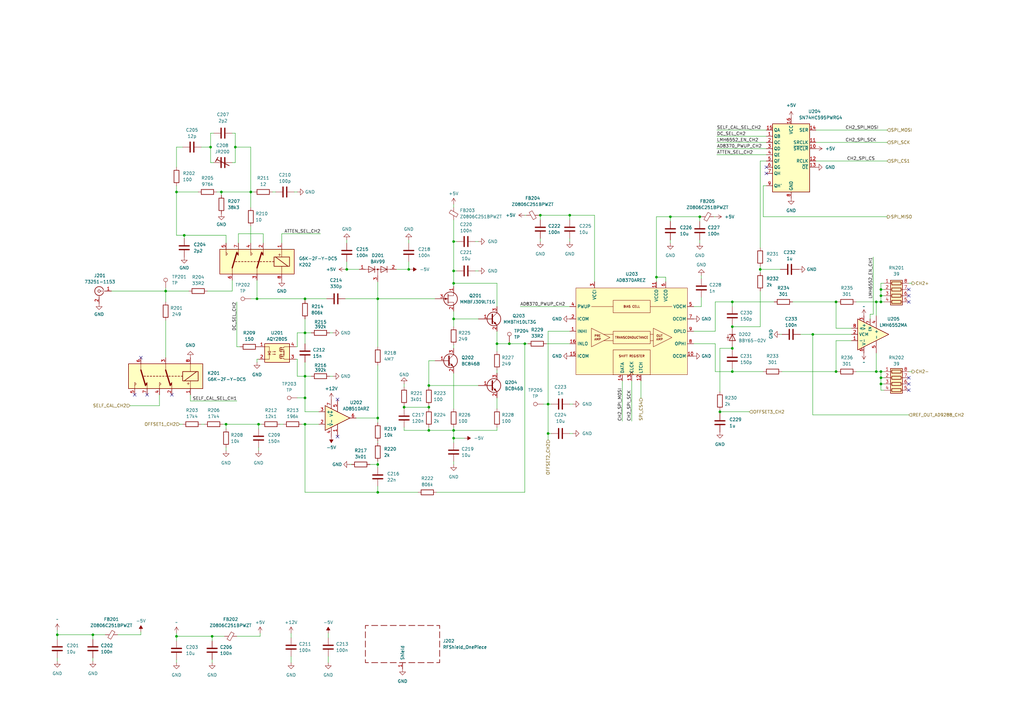
<source format=kicad_sch>
(kicad_sch (version 20230121) (generator eeschema)
  (paper "A3")
  (junction (at 300.355 152.4))
  (junction (at 38.1 260.35))
  (junction (at 342.9 152.4))
  (junction (at 125.095 154.305))
  (junction (at 186.055 99.06))
  (junction (at 86.995 260.985))
  (junction (at 125.095 163.195))
  (junction (at 361.315 157.48))
  (junction (at 105.41 122.555))
  (junction (at 92.71 173.99))
  (junction (at 300.355 123.825))
  (junction (at 274.955 88.9))
  (junction (at 361.315 123.825))
  (junction (at 233.68 88.265))
  (junction (at 175.895 176.53))
  (junction (at 102.87 78.74))
  (junction (at 295.275 168.91))
  (junction (at 186.055 111.125))
  (junction (at 167.64 110.49))
  (junction (at 287.02 88.9))
  (junction (at 186.055 179.705))
  (junction (at 342.9 123.825))
  (junction (at 186.055 130.81))
  (junction (at 208.915 140.97))
  (junction (at 75.565 96.52))
  (junction (at 165.735 167.005))
  (junction (at 154.94 190.5))
  (junction (at 361.315 121.285))
  (junction (at 333.375 137.16))
  (junction (at 221.615 88.265))
  (junction (at 186.055 116.205))
  (junction (at 224.79 165.735))
  (junction (at 23.495 260.35))
  (junction (at 361.315 152.4))
  (junction (at 300.355 142.875))
  (junction (at 361.315 118.745))
  (junction (at 86.36 60.325))
  (junction (at 125.095 122.555))
  (junction (at 67.945 119.38))
  (junction (at 269.24 113.665))
  (junction (at 154.94 122.555))
  (junction (at 106.045 173.99))
  (junction (at 311.785 110.49))
  (junction (at 175.895 167.005))
  (junction (at 359.41 152.4))
  (junction (at 72.39 260.985))
  (junction (at 72.39 78.74))
  (junction (at 224.79 177.8))
  (junction (at 90.805 78.74))
  (junction (at 96.52 60.325))
  (junction (at 125.095 136.525))
  (junction (at 142.24 110.49))
  (junction (at 203.835 140.97))
  (junction (at 154.94 201.93))
  (junction (at 175.895 158.115))
  (junction (at 154.94 171.45))
  (junction (at 186.055 176.53))
  (junction (at 361.315 154.94))
  (junction (at 125.095 173.99))
  (junction (at 300.355 133.985))
  (junction (at 359.41 123.825))
  (junction (at 215.265 140.97))
  (no_connect (at 60.325 161.925))
  (no_connect (at 372.745 154.94))
  (no_connect (at 372.745 157.48))
  (no_connect (at 138.43 179.07))
  (no_connect (at 314.325 68.58))
  (no_connect (at 70.485 161.925))
  (no_connect (at 372.745 121.285))
  (no_connect (at 372.745 123.825))
  (no_connect (at 314.325 71.12))
  (no_connect (at 55.245 161.925))
  (no_connect (at 372.745 160.02))
  (no_connect (at 372.745 118.745))
  (no_connect (at 57.785 146.685))
  (no_connect (at 138.43 163.83))
  (wire (pts (xy 134.62 259.715) (xy 134.62 261.62)))
  (wire (pts (xy 121.92 154.305) (xy 125.095 154.305)))
  (wire (pts (xy 294.005 55.88) (xy 314.325 55.88)))
  (wire (pts (xy 90.805 80.01) (xy 90.805 78.74)))
  (wire (pts (xy 361.315 118.745) (xy 361.315 121.285)))
  (wire (pts (xy 194.945 111.125) (xy 196.215 111.125)))
  (wire (pts (xy 57.785 259.08) (xy 57.785 260.35)))
  (wire (pts (xy 38.1 269.875) (xy 38.1 271.145)))
  (wire (pts (xy 358.14 105.41) (xy 358.14 128.905)))
  (wire (pts (xy 125.095 163.195) (xy 125.095 168.91)))
  (wire (pts (xy 351.155 123.825) (xy 359.41 123.825)))
  (wire (pts (xy 259.08 156.21) (xy 259.08 172.72)))
  (wire (pts (xy 274.955 88.9) (xy 274.955 90.805)))
  (wire (pts (xy 134.62 269.24) (xy 134.62 271.78)))
  (wire (pts (xy 295.275 168.275) (xy 295.275 168.91)))
  (wire (pts (xy 287.02 88.9) (xy 287.02 90.805)))
  (wire (pts (xy 106.045 173.99) (xy 107.315 173.99)))
  (wire (pts (xy 125.095 136.525) (xy 125.095 140.97)))
  (wire (pts (xy 356.87 130.81) (xy 356.87 128.905)))
  (wire (pts (xy 130.81 168.91) (xy 125.095 168.91)))
  (wire (pts (xy 106.045 175.895) (xy 106.045 173.99)))
  (wire (pts (xy 284.48 135.89) (xy 293.37 135.89)))
  (wire (pts (xy 53.34 166.37) (xy 65.405 166.37)))
  (wire (pts (xy 300.355 133.985) (xy 311.785 133.985)))
  (wire (pts (xy 92.71 99.695) (xy 92.71 96.52)))
  (wire (pts (xy 102.87 60.325) (xy 96.52 60.325)))
  (wire (pts (xy 215.265 88.265) (xy 215.9 88.265)))
  (wire (pts (xy 97.155 142.24) (xy 98.425 142.24)))
  (wire (pts (xy 165.735 175.26) (xy 165.735 176.53)))
  (wire (pts (xy 23.495 260.35) (xy 23.495 262.255)))
  (wire (pts (xy 224.79 165.735) (xy 224.79 177.8)))
  (wire (pts (xy 102.87 78.74) (xy 102.87 60.325)))
  (wire (pts (xy 208.915 140.335) (xy 208.915 140.97)))
  (wire (pts (xy 273.05 115.57) (xy 273.05 113.665)))
  (wire (pts (xy 361.315 152.4) (xy 362.585 152.4)))
  (wire (pts (xy 215.265 201.93) (xy 215.265 140.97)))
  (wire (pts (xy 372.745 152.4) (xy 374.015 152.4)))
  (wire (pts (xy 115.57 99.695) (xy 115.57 95.885)))
  (wire (pts (xy 127.635 154.305) (xy 125.095 154.305)))
  (wire (pts (xy 86.995 260.985) (xy 86.995 262.89)))
  (wire (pts (xy 313.055 88.9) (xy 363.855 88.9)))
  (wire (pts (xy 208.915 140.97) (xy 215.265 140.97)))
  (wire (pts (xy 175.895 167.005) (xy 165.735 167.005)))
  (wire (pts (xy 165.735 166.37) (xy 165.735 167.005)))
  (wire (pts (xy 135.255 136.525) (xy 136.525 136.525)))
  (wire (pts (xy 349.25 134.62) (xy 342.9 134.62)))
  (wire (pts (xy 175.895 158.115) (xy 175.895 147.955)))
  (wire (pts (xy 186.055 90.17) (xy 186.055 99.06)))
  (wire (pts (xy 43.18 260.35) (xy 38.1 260.35)))
  (wire (pts (xy 105.41 122.555) (xy 125.095 122.555)))
  (wire (pts (xy 203.835 140.97) (xy 208.915 140.97)))
  (wire (pts (xy 359.41 123.825) (xy 361.315 123.825)))
  (wire (pts (xy 167.64 110.49) (xy 167.64 107.315)))
  (wire (pts (xy 233.68 88.265) (xy 233.68 90.17)))
  (wire (pts (xy 233.68 177.8) (xy 234.95 177.8)))
  (wire (pts (xy 87.63 66.675) (xy 86.36 66.675)))
  (wire (pts (xy 125.095 148.59) (xy 125.095 154.305)))
  (wire (pts (xy 313.055 76.2) (xy 313.055 88.9)))
  (wire (pts (xy 311.785 66.04) (xy 314.325 66.04)))
  (wire (pts (xy 92.71 184.785) (xy 92.71 183.515)))
  (wire (pts (xy 314.325 76.2) (xy 313.055 76.2)))
  (wire (pts (xy 342.9 139.7) (xy 342.9 152.4)))
  (wire (pts (xy 220.98 88.265) (xy 221.615 88.265)))
  (wire (pts (xy 97.155 123.825) (xy 97.155 142.24)))
  (wire (pts (xy 300.355 151.13) (xy 300.355 152.4)))
  (wire (pts (xy 92.71 173.99) (xy 106.045 173.99)))
  (wire (pts (xy 224.79 177.8) (xy 226.06 177.8)))
  (wire (pts (xy 67.945 118.11) (xy 67.945 119.38)))
  (wire (pts (xy 361.315 157.48) (xy 362.585 157.48)))
  (wire (pts (xy 78.105 164.465) (xy 97.155 164.465)))
  (wire (pts (xy 154.94 201.93) (xy 171.45 201.93)))
  (wire (pts (xy 167.64 98.425) (xy 167.64 99.695)))
  (wire (pts (xy 105.41 147.32) (xy 105.41 148.59)))
  (wire (pts (xy 67.945 123.825) (xy 67.945 119.38)))
  (wire (pts (xy 186.055 117.475) (xy 186.055 116.205)))
  (wire (pts (xy 294.005 53.34) (xy 314.325 53.34)))
  (wire (pts (xy 359.41 129.54) (xy 359.41 123.825)))
  (wire (pts (xy 349.25 139.7) (xy 342.9 139.7)))
  (wire (pts (xy 167.64 110.49) (xy 168.275 110.49)))
  (wire (pts (xy 287.655 113.03) (xy 287.655 114.3)))
  (wire (pts (xy 186.055 179.705) (xy 190.5 179.705)))
  (wire (pts (xy 72.39 96.52) (xy 72.39 78.74)))
  (wire (pts (xy 82.55 173.99) (xy 83.82 173.99)))
  (wire (pts (xy 73.66 173.99) (xy 74.93 173.99)))
  (wire (pts (xy 72.39 260.985) (xy 72.39 262.89)))
  (wire (pts (xy 175.895 176.53) (xy 186.055 176.53)))
  (wire (pts (xy 186.055 176.53) (xy 186.055 179.705)))
  (wire (pts (xy 154.94 115.57) (xy 154.94 122.555)))
  (wire (pts (xy 154.94 199.39) (xy 154.94 201.93)))
  (wire (pts (xy 151.765 190.5) (xy 154.94 190.5)))
  (wire (pts (xy 82.55 60.325) (xy 86.36 60.325)))
  (wire (pts (xy 186.055 175.26) (xy 186.055 176.53)))
  (wire (pts (xy 121.285 142.24) (xy 121.92 142.24)))
  (wire (pts (xy 221.615 97.79) (xy 221.615 99.06)))
  (wire (pts (xy 361.315 157.48) (xy 361.315 154.94)))
  (wire (pts (xy 351.155 152.4) (xy 359.41 152.4)))
  (wire (pts (xy 165.735 176.53) (xy 175.895 176.53)))
  (wire (pts (xy 255.27 156.21) (xy 255.27 172.72)))
  (wire (pts (xy 287.02 98.425) (xy 287.02 99.695)))
  (wire (pts (xy 72.39 270.51) (xy 72.39 271.78)))
  (wire (pts (xy 342.9 123.825) (xy 343.535 123.825)))
  (wire (pts (xy 115.57 95.885) (xy 131.445 95.885)))
  (wire (pts (xy 287.655 88.9) (xy 287.02 88.9)))
  (wire (pts (xy 287.02 88.9) (xy 274.955 88.9)))
  (wire (pts (xy 224.79 165.735) (xy 226.06 165.735)))
  (wire (pts (xy 165.735 157.48) (xy 165.735 158.75)))
  (wire (pts (xy 102.87 92.71) (xy 102.87 99.695)))
  (wire (pts (xy 114.935 173.99) (xy 116.205 173.99)))
  (wire (pts (xy 154.94 173.355) (xy 154.94 171.45)))
  (wire (pts (xy 273.05 113.665) (xy 269.24 113.665)))
  (wire (pts (xy 333.375 137.16) (xy 333.375 170.18)))
  (wire (pts (xy 186.055 176.53) (xy 203.835 176.53)))
  (wire (pts (xy 284.48 125.73) (xy 287.655 125.73)))
  (wire (pts (xy 186.055 83.82) (xy 186.055 85.09)))
  (wire (pts (xy 154.94 201.93) (xy 125.095 201.93)))
  (wire (pts (xy 72.39 78.74) (xy 81.28 78.74)))
  (wire (pts (xy 300.355 142.24) (xy 300.355 142.875)))
  (wire (pts (xy 105.41 114.935) (xy 105.41 122.555)))
  (wire (pts (xy 334.645 58.42) (xy 363.855 58.42)))
  (wire (pts (xy 175.895 166.37) (xy 175.895 167.005)))
  (wire (pts (xy 224.155 140.97) (xy 233.68 140.97)))
  (wire (pts (xy 295.275 168.91) (xy 295.275 169.545)))
  (wire (pts (xy 186.055 111.125) (xy 187.325 111.125)))
  (wire (pts (xy 311.785 110.49) (xy 311.785 111.76)))
  (wire (pts (xy 233.68 135.89) (xy 224.79 135.89)))
  (wire (pts (xy 92.71 175.895) (xy 92.71 173.99)))
  (wire (pts (xy 85.09 119.38) (xy 95.25 119.38)))
  (wire (pts (xy 361.315 154.94) (xy 362.585 154.94)))
  (wire (pts (xy 119.38 259.715) (xy 119.38 261.62)))
  (wire (pts (xy 284.48 140.97) (xy 293.37 140.97)))
  (wire (pts (xy 186.055 116.205) (xy 203.835 116.205)))
  (wire (pts (xy 293.37 123.825) (xy 300.355 123.825)))
  (wire (pts (xy 91.44 173.99) (xy 92.71 173.99)))
  (wire (pts (xy 269.24 88.9) (xy 274.955 88.9)))
  (wire (pts (xy 287.655 125.73) (xy 287.655 121.92)))
  (wire (pts (xy 361.315 118.745) (xy 362.585 118.745)))
  (wire (pts (xy 67.945 131.445) (xy 67.945 146.685)))
  (wire (pts (xy 125.095 130.81) (xy 125.095 136.525)))
  (wire (pts (xy 121.92 163.195) (xy 125.095 163.195)))
  (wire (pts (xy 179.07 201.93) (xy 215.265 201.93)))
  (wire (pts (xy 86.36 60.325) (xy 86.36 54.61)))
  (wire (pts (xy 222.885 165.735) (xy 224.79 165.735)))
  (wire (pts (xy 243.84 115.57) (xy 243.84 88.265)))
  (wire (pts (xy 203.835 151.765) (xy 203.835 153.035)))
  (wire (pts (xy 154.94 142.24) (xy 154.94 122.555)))
  (wire (pts (xy 72.39 259.715) (xy 72.39 260.985)))
  (wire (pts (xy 125.095 173.99) (xy 130.81 173.99)))
  (wire (pts (xy 175.895 147.955) (xy 178.435 147.955)))
  (wire (pts (xy 107.95 95.885) (xy 107.95 99.695)))
  (wire (pts (xy 97.79 95.885) (xy 107.95 95.885)))
  (wire (pts (xy 97.79 99.695) (xy 97.79 95.885)))
  (wire (pts (xy 75.565 96.52) (xy 72.39 96.52)))
  (wire (pts (xy 186.055 153.035) (xy 186.055 167.64)))
  (wire (pts (xy 334.645 53.34) (xy 363.855 53.34)))
  (wire (pts (xy 143.51 190.5) (xy 144.145 190.5)))
  (wire (pts (xy 356.87 128.905) (xy 358.14 128.905)))
  (wire (pts (xy 142.24 98.425) (xy 142.24 99.695)))
  (wire (pts (xy 311.785 66.04) (xy 311.785 101.6)))
  (wire (pts (xy 203.835 140.97) (xy 203.835 144.145)))
  (wire (pts (xy 295.275 142.875) (xy 295.275 160.655)))
  (wire (pts (xy 65.405 161.925) (xy 65.405 166.37)))
  (wire (pts (xy 165.735 167.005) (xy 165.735 167.64)))
  (wire (pts (xy 125.095 122.555) (xy 133.985 122.555)))
  (wire (pts (xy 294.005 58.42) (xy 314.325 58.42)))
  (wire (pts (xy 194.945 99.06) (xy 196.215 99.06)))
  (wire (pts (xy 95.25 114.935) (xy 95.25 119.38)))
  (wire (pts (xy 121.92 136.525) (xy 125.095 136.525)))
  (wire (pts (xy 175.895 158.115) (xy 175.895 158.75)))
  (wire (pts (xy 106.045 183.515) (xy 106.045 184.785)))
  (wire (pts (xy 233.68 165.735) (xy 234.95 165.735)))
  (wire (pts (xy 311.785 110.49) (xy 320.04 110.49)))
  (wire (pts (xy 125.095 122.555) (xy 125.095 123.19)))
  (wire (pts (xy 95.25 54.61) (xy 96.52 54.61)))
  (wire (pts (xy 154.94 190.5) (xy 154.94 191.77)))
  (wire (pts (xy 186.055 99.06) (xy 187.325 99.06)))
  (wire (pts (xy 295.275 168.91) (xy 307.34 168.91)))
  (wire (pts (xy 121.92 142.24) (xy 121.92 136.525)))
  (wire (pts (xy 135.255 154.305) (xy 136.525 154.305)))
  (wire (pts (xy 86.36 60.325) (xy 86.36 66.675)))
  (wire (pts (xy 121.285 147.32) (xy 121.92 147.32)))
  (wire (pts (xy 186.055 130.81) (xy 186.055 127.635)))
  (wire (pts (xy 300.355 152.4) (xy 293.37 152.4)))
  (wire (pts (xy 86.995 260.985) (xy 72.39 260.985)))
  (wire (pts (xy 295.275 142.875) (xy 300.355 142.875)))
  (wire (pts (xy 74.93 60.325) (xy 72.39 60.325)))
  (wire (pts (xy 142.24 110.49) (xy 142.24 107.315)))
  (wire (pts (xy 23.495 269.875) (xy 23.495 271.145)))
  (wire (pts (xy 96.52 54.61) (xy 96.52 60.325)))
  (wire (pts (xy 175.895 167.005) (xy 175.895 167.64)))
  (wire (pts (xy 175.895 175.26) (xy 175.895 176.53)))
  (wire (pts (xy 162.56 110.49) (xy 167.64 110.49)))
  (wire (pts (xy 221.615 88.265) (xy 233.68 88.265)))
  (wire (pts (xy 224.79 177.8) (xy 224.79 180.34)))
  (wire (pts (xy 311.785 109.22) (xy 311.785 110.49)))
  (wire (pts (xy 233.68 97.79) (xy 233.68 99.06)))
  (wire (pts (xy 186.055 116.205) (xy 186.055 111.125)))
  (wire (pts (xy 102.87 122.555) (xy 105.41 122.555)))
  (wire (pts (xy 96.52 60.325) (xy 96.52 66.675)))
  (wire (pts (xy 154.94 171.45) (xy 154.94 149.86)))
  (wire (pts (xy 154.94 122.555) (xy 141.605 122.555)))
  (wire (pts (xy 294.005 60.96) (xy 314.325 60.96)))
  (wire (pts (xy 203.835 176.53) (xy 203.835 175.26)))
  (wire (pts (xy 300.355 142.875) (xy 300.355 143.51)))
  (wire (pts (xy 119.38 269.24) (xy 119.38 271.78)))
  (wire (pts (xy 342.9 134.62) (xy 342.9 123.825)))
  (wire (pts (xy 361.315 116.205) (xy 361.315 118.745)))
  (wire (pts (xy 293.37 135.89) (xy 293.37 123.825)))
  (wire (pts (xy 359.41 152.4) (xy 361.315 152.4)))
  (wire (pts (xy 186.055 141.605) (xy 186.055 142.875)))
  (wire (pts (xy 105.41 147.32) (xy 106.045 147.32)))
  (wire (pts (xy 320.675 152.4) (xy 342.9 152.4)))
  (wire (pts (xy 38.1 260.35) (xy 38.1 262.255)))
  (wire (pts (xy 224.79 135.89) (xy 224.79 165.735)))
  (wire (pts (xy 154.94 190.5) (xy 154.94 189.23)))
  (wire (pts (xy 86.995 270.51) (xy 86.995 271.78)))
  (wire (pts (xy 186.055 130.81) (xy 186.055 133.985)))
  (wire (pts (xy 123.825 173.99) (xy 125.095 173.99)))
  (wire (pts (xy 361.315 154.94) (xy 361.315 152.4)))
  (wire (pts (xy 300.355 152.4) (xy 313.055 152.4)))
  (wire (pts (xy 111.76 78.74) (xy 113.03 78.74)))
  (wire (pts (xy 361.315 121.285) (xy 361.315 123.825)))
  (wire (pts (xy 274.955 98.425) (xy 274.955 99.695)))
  (wire (pts (xy 106.68 259.715) (xy 106.68 260.985)))
  (wire (pts (xy 38.1 260.35) (xy 23.495 260.35)))
  (wire (pts (xy 311.785 133.985) (xy 311.785 119.38)))
  (wire (pts (xy 186.055 189.23) (xy 186.055 190.5)))
  (wire (pts (xy 72.39 78.74) (xy 72.39 76.2)))
  (wire (pts (xy 57.785 260.35) (xy 48.26 260.35)))
  (wire (pts (xy 196.215 158.115) (xy 175.895 158.115)))
  (wire (pts (xy 372.745 116.205) (xy 374.015 116.205)))
  (wire (pts (xy 328.295 137.16) (xy 333.375 137.16)))
  (wire (pts (xy 92.075 260.985) (xy 86.995 260.985)))
  (wire (pts (xy 293.37 88.9) (xy 292.735 88.9)))
  (wire (pts (xy 141.605 110.49) (xy 142.24 110.49)))
  (wire (pts (xy 45.72 119.38) (xy 67.945 119.38)))
  (wire (pts (xy 75.565 96.52) (xy 75.565 97.79)))
  (wire (pts (xy 294.005 63.5) (xy 314.325 63.5)))
  (wire (pts (xy 361.315 160.02) (xy 361.315 157.48)))
  (wire (pts (xy 203.835 163.195) (xy 203.835 167.64)))
  (wire (pts (xy 154.94 180.975) (xy 154.94 181.61)))
  (wire (pts (xy 147.32 110.49) (xy 142.24 110.49)))
  (wire (pts (xy 146.05 171.45) (xy 154.94 171.45)))
  (wire (pts (xy 90.805 78.74) (xy 102.87 78.74)))
  (wire (pts (xy 221.615 88.265) (xy 221.615 90.17)))
  (wire (pts (xy 333.375 137.16) (xy 349.25 137.16)))
  (wire (pts (xy 203.835 135.89) (xy 203.835 140.97)))
  (wire (pts (xy 333.375 170.18) (xy 372.745 170.18)))
  (wire (pts (xy 300.355 123.825) (xy 300.355 125.73)))
  (wire (pts (xy 262.89 156.21) (xy 262.89 163.195)))
  (wire (pts (xy 154.94 122.555) (xy 178.435 122.555)))
  (wire (pts (xy 96.52 66.675) (xy 95.25 66.675)))
  (wire (pts (xy 92.71 96.52) (xy 75.565 96.52)))
  (wire (pts (xy 186.055 111.125) (xy 186.055 99.06)))
  (wire (pts (xy 300.355 123.825) (xy 317.5 123.825)))
  (wire (pts (xy 106.68 260.985) (xy 97.155 260.985)))
  (wire (pts (xy 86.36 54.61) (xy 87.63 54.61)))
  (wire (pts (xy 88.9 78.74) (xy 90.805 78.74)))
  (wire (pts (xy 23.495 258.445) (xy 23.495 260.35)))
  (wire (pts (xy 102.87 78.74) (xy 102.87 85.09)))
  (wire (pts (xy 213.36 125.73) (xy 233.68 125.73)))
  (wire (pts (xy 215.265 140.97) (xy 216.535 140.97)))
  (wire (pts (xy 67.945 119.38) (xy 77.47 119.38)))
  (wire (pts (xy 325.12 123.825) (xy 342.9 123.825)))
  (wire (pts (xy 120.65 78.74) (xy 121.92 78.74)))
  (wire (pts (xy 125.095 136.525) (xy 127.635 136.525)))
  (wire (pts (xy 72.39 60.325) (xy 72.39 68.58)))
  (wire (pts (xy 361.315 121.285) (xy 362.585 121.285)))
  (wire (pts (xy 300.355 133.985) (xy 300.355 134.62)))
  (wire (pts (xy 125.095 154.305) (xy 125.095 163.195)))
  (wire (pts (xy 334.645 66.04) (xy 363.855 66.04)))
  (wire (pts (xy 243.84 88.265) (xy 233.68 88.265)))
  (wire (pts (xy 125.095 173.99) (xy 125.095 201.93)))
  (wire (pts (xy 362.585 116.205) (xy 361.315 116.205)))
  (wire (pts (xy 186.055 179.705) (xy 186.055 181.61)))
  (wire (pts (xy 342.9 152.4) (xy 343.535 152.4)))
  (wire (pts (xy 203.835 116.205) (xy 203.835 125.73)))
  (wire (pts (xy 269.24 88.9) (xy 269.24 113.665)))
  (wire (pts (xy 196.215 130.81) (xy 186.055 130.81)))
  (wire (pts (xy 293.37 152.4) (xy 293.37 140.97)))
  (wire (pts (xy 121.92 147.32) (xy 121.92 154.305)))
  (wire (pts (xy 269.24 113.665) (xy 269.24 115.57)))
  (wire (pts (xy 362.585 160.02) (xy 361.315 160.02)))
  (wire (pts (xy 300.355 133.35) (xy 300.355 133.985)))
  (wire (pts (xy 102.87 78.74) (xy 104.14 78.74)))
  (wire (pts (xy 78.105 164.465) (xy 78.105 161.925)))
  (wire (pts (xy 320.04 137.16) (xy 320.675 137.16)))
  (wire (pts (xy 359.41 152.4) (xy 359.41 144.78)))
  (wire (pts (xy 361.315 123.825) (xy 362.585 123.825)))
  (label "LMH6552_EN_CH1" (at 358.14 105.41 270))
  (label "DC_SEL_CH2" (at 294.005 55.88 0))
  (label "AD8370_PWUP_CH2" (at 213.36 125.73 0))
  (label "CH2_SPI_CS" (at 347.345 66.04 0))
  (label "SELF_CAL_SEL_CH1" (at 97.155 164.465 180))
  (label "CH2_SPI_MOSI" (at 346.71 53.34 0))
  (label "LMH6552_EN_CH2" (at 294.005 58.42 0))
  (label "ATTEN_SEL_CH2" (at 294.005 63.5 0))
  (label "ATTEN_SEL_CH2" (at 131.445 95.885 180))
  (label "CH2_SPI_SCK" (at 259.08 172.72 90))
  (label "CH2_SPI_SCK" (at 346.71 58.42 0))
  (label "DC_SEL_CH2" (at 97.155 123.825 270))
  (label "AD8370_PWUP_CH2" (at 294.005 60.96 0))
  (label "CH2_SPI_MOSI" (at 255.27 172.72 90))
  (label "SELF_CAL_SEL_CH2" (at 294.005 53.34 0))
  (hierarchical_label "CH2+" (shape output) (at 374.015 116.205 0))
  (hierarchical_label "OFFSET3_CH2" (shape input) (at 307.34 168.91 0))
  (hierarchical_label "SPI_MOSI" (shape input) (at 363.855 53.34 0))
  (hierarchical_label "OFFSET2_CH2" (shape input) (at 224.79 180.34 270))
  (hierarchical_label "SPI_SCK" (shape input) (at 363.855 58.42 0))
  (hierarchical_label "SPI_MISO" (shape output) (at 363.855 88.9 0))
  (hierarchical_label "OFFSET1_CH2" (shape input) (at 73.66 173.99 180))
  (hierarchical_label "SPI_CS1" (shape input) (at 363.855 66.04 0))
  (hierarchical_label "CH2-" (shape output) (at 374.015 152.4 0))
  (hierarchical_label "SPI_CS4" (shape input) (at 262.89 163.195 270))
  (hierarchical_label "SELF_CAL_CH2" (shape input) (at 53.34 166.37 180))
  (hierarchical_label "REF_OUT_AD9288_CH2" (shape input) (at 372.745 170.18 0))
  (symbol (lib_id "Device:C") (at 167.64 103.505 0) (unit 1)
    (property "Reference" "C218" (at 171.45 102.235 0) (effects (justify left)))
    (property "Value" "100n" (at 171.45 104.775 0) (effects (justify left)))
    (property "Footprint" "Capacitor_SMD:C_0603_1608Metric_Pad1.08x0.95mm_HandSolder" (effects hide))
    (instances (project "ETH2CDSO1B" (path "" (reference "C218") (unit 1)) (path "" (reference "C418") (unit 1))))
  )
  (symbol (lib_id "power:GND") (at 165.735 157.48 180) (unit 1)
    (property "Reference" "#PWR0230" (effects hide))
    (property "Value" "GND" (at 165.735 153.67 0))
    (instances (project "ETH2CDSO1B" (path "" (reference "#PWR0230") (unit 1)) (path "" (reference "#PWR0430") (unit 1))))
  )
  (symbol (lib_id "Device:C") (at 125.095 144.78 0) (unit 1)
    (property "Reference" "C212" (at 128.27 143.51 0) (effects (justify left)))
    (property "Value" "15n" (at 128.27 146.05 0) (effects (justify left)))
    (property "Footprint" "Capacitor_SMD:C_0603_1608Metric_Pad1.08x0.95mm_HandSolder" (effects hide))
    (instances (project "ETH2CDSO1B" (path "" (reference "C212") (unit 1)) (path "" (reference "C412") (unit 1))))
  )
  (symbol (lib_id "power:-5V") (at 190.5 179.705 270) (unit 1)
    (property "Reference" "#PWR0235" (effects hide))
    (property "Value" "-5V" (at 194.31 179.705 90) (effects (justify left)))
    (instances (project "ETH2CDSO1B" (path "" (reference "#PWR0235") (unit 1)) (path "" (reference "#PWR0435") (unit 1))))
  )
  (symbol (lib_id "Device:R") (at 78.74 173.99 90) (unit 1)
    (property "Reference" "R203" (at 78.74 168.275 90))
    (property "Value" "17k4" (at 78.74 170.815 90))
    (property "Footprint" "Resistor_SMD:R_0603_1608Metric_Pad0.98x0.95mm_HandSolder" (effects hide))
    (instances (project "ETH2CDSO1B" (path "" (reference "R203") (unit 1)) (path "" (reference "R403") (unit 1))))
  )
  (symbol (lib_id "power:GND") (at 196.215 99.06 90) (mirror x) (unit 1)
    (property "Reference" "#PWR0236" (effects hide))
    (property "Value" "GND" (at 200.025 99.06 90) (effects (justify right)))
    (instances (project "ETH2CDSO1B" (path "" (reference "#PWR0236") (unit 1)) (path "" (reference "#PWR0436") (unit 1))))
  )
  (symbol (lib_id "power:GND") (at 221.615 99.06 0) (mirror y) (unit 1)
    (property "Reference" "#PWR0239" (effects hide))
    (property "Value" "GND" (at 221.615 104.14 0))
    (instances (project "ETH2CDSO1B" (path "" (reference "#PWR0239") (unit 1)) (path "" (reference "#PWR0439") (unit 1))))
  )
  (symbol (lib_id "Device:FerriteBead_Small") (at 218.44 88.265 270) (mirror x) (unit 1)
    (property "Reference" "FB204" (at 218.4781 81.28 90))
    (property "Value" "Z0806C251BPWZT" (at 218.4781 83.82 90))
    (property "Footprint" "Inductor_SMD:L_0805_2012Metric_Pad1.15x1.40mm_HandSolder" (effects hide))
    (instances (project "ETH2CDSO1B" (path "" (reference "FB204") (unit 1)) (path "" (reference "FB404") (unit 1))))
  )
  (symbol (lib_id "Device:C") (at 287.655 118.11 0) (unit 1)
    (property "Reference" "C228" (at 290.83 116.84 0) (effects (justify left)))
    (property "Value" "1n" (at 290.83 119.38 0) (effects (justify left)))
    (property "Footprint" "Capacitor_SMD:C_0603_1608Metric_Pad1.08x0.95mm_HandSolder" (effects hide))
    (instances (project "ETH2CDSO1B" (path "" (reference "C228") (unit 1)) (path "" (reference "C428") (unit 1))))
  )
  (symbol (lib_id "power:GND") (at 284.48 130.81 90) (unit 1)
    (property "Reference" "#PWR0246" (effects hide))
    (property "Value" "GND" (at 287.655 130.81 90) (effects (justify right)))
    (instances (project "ETH2CDSO1B" (path "" (reference "#PWR0246") (unit 1)) (path "" (reference "#PWR0446") (unit 1))))
  )
  (symbol (lib_id "power:GND") (at 196.215 111.125 90) (mirror x) (unit 1)
    (property "Reference" "#PWR0237" (effects hide))
    (property "Value" "GND" (at 200.025 111.125 90) (effects (justify right)))
    (instances (project "ETH2CDSO1B" (path "" (reference "#PWR0237") (unit 1)) (path "" (reference "#PWR0437") (unit 1))))
  )
  (symbol (lib_id "ETH2CDSO1B:AD8370") (at 259.08 135.89 0) (unit 1)
    (property "Reference" "U203" (at 256.54 112.395 0) (effects (justify left)))
    (property "Value" "AD8370AREZ" (at 252.73 114.935 0) (effects (justify left)))
    (property "Footprint" "Package_SO:TSSOP-16-1EP_4.4x5mm_P0.65mm_EP3x3mm" (effects hide))
    (property "Datasheet" "https://www.analog.com/media/en/technical-documentation/data-sheets/AD8370.pdf" (effects hide))
    (instances (project "ETH2CDSO1B" (path "" (reference "U203") (unit 1)) (path "" (reference "U403") (unit 1))))
  )
  (symbol (lib_id "power:GND") (at 121.92 78.74 90) (unit 1)
    (property "Reference" "#PWR0219" (effects hide))
    (property "Value" "GND" (at 125.095 78.74 90) (effects (justify right)))
    (instances (project "ETH2CDSO1B" (path "" (reference "#PWR0219") (unit 1)) (path "" (reference "#PWR0419") (unit 1))))
  )
  (symbol (lib_id "Device:R") (at 154.94 146.05 0) (unit 1)
    (property "Reference" "R218" (at 157.48 144.78 0) (effects (justify left)))
    (property "Value" "4M7" (at 157.48 147.32 0) (effects (justify left)))
    (property "Footprint" "Resistor_SMD:R_0603_1608Metric_Pad0.98x0.95mm_HandSolder" (effects hide))
    (instances (project "ETH2CDSO1B" (path "" (reference "R218") (unit 1)) (path "" (reference "R418") (unit 1))))
  )
  (symbol (lib_id "Device:R") (at 175.26 201.93 90) (unit 1)
    (property "Reference" "R222" (at 175.26 196.215 90))
    (property "Value" "806k" (at 175.26 198.755 90))
    (property "Footprint" "Resistor_SMD:R_0603_1608Metric_Pad0.98x0.95mm_HandSolder" (effects hide))
    (instances (project "ETH2CDSO1B" (path "" (reference "R222") (unit 1)) (path "" (reference "R422") (unit 1))))
  )
  (symbol (lib_id "power:GND") (at 90.805 87.63 0) (unit 1)
    (property "Reference" "#PWR0211" (effects hide))
    (property "Value" "GND" (at 90.805 92.075 0))
    (instances (project "ETH2CDSO1B" (path "" (reference "#PWR0211") (unit 1)) (path "" (reference "#PWR0411") (unit 1))))
  )
  (symbol (lib_id "power:GND") (at 334.645 68.58 90) (unit 1)
    (property "Reference" "#PWR0257" (effects hide))
    (property "Value" "GND" (at 338.455 68.58 90) (effects (justify right)))
    (instances (project "ETH2CDSO1B" (path "" (reference "#PWR0257") (unit 1)) (path "" (reference "#PWR0457") (unit 1))))
  )
  (symbol (lib_id "Device:C") (at 38.1 266.065 0) (unit 1)
    (property "Reference" "C202" (at 41.275 264.795 0) (effects (justify left)))
    (property "Value" "100n" (at 41.275 267.335 0) (effects (justify left)))
    (property "Footprint" "Capacitor_SMD:C_0603_1608Metric_Pad1.08x0.95mm_HandSolder" (effects hide))
    (instances (project "ETH2CDSO1B" (path "" (reference "C202") (unit 1)) (path "" (reference "C402") (unit 1))))
  )
  (symbol (lib_id "power:GND") (at 119.38 271.78 0) (unit 1)
    (property "Reference" "#PWR0218" (effects hide))
    (property "Value" "GND" (at 119.38 276.86 0))
    (instances (project "ETH2CDSO1B" (path "" (reference "#PWR0218") (unit 1)) (path "" (reference "#PWR0418") (unit 1))))
  )
  (symbol (lib_id "power:GND") (at 86.995 271.78 0) (unit 1)
    (property "Reference" "#PWR0210" (effects hide))
    (property "Value" "GND" (at 86.995 276.86 0))
    (instances (project "ETH2CDSO1B" (path "" (reference "#PWR0210") (unit 1)) (path "" (reference "#PWR0410") (unit 1))))
  )
  (symbol (lib_id "Device:C") (at 78.74 60.325 90) (unit 1)
    (property "Reference" "C205" (at 78.74 53.34 90))
    (property "Value" "12p" (at 78.74 55.88 90))
    (property "Footprint" "Capacitor_SMD:C_0603_1608Metric_Pad1.08x0.95mm_HandSolder" (effects hide))
    (instances (project "ETH2CDSO1B" (path "" (reference "C205") (unit 1)) (path "" (reference "C405") (unit 1))))
  )
  (symbol (lib_id "Device:C") (at 287.02 94.615 0) (unit 1)
    (property "Reference" "C227" (at 290.195 93.345 0) (effects (justify left)))
    (property "Value" "100n" (at 290.195 95.885 0) (effects (justify left)))
    (property "Footprint" "Capacitor_SMD:C_0603_1608Metric_Pad1.08x0.95mm_HandSolder" (effects hide))
    (instances (project "ETH2CDSO1B" (path "" (reference "C227") (unit 1)) (path "" (reference "C427") (unit 1))))
  )
  (symbol (lib_id "Device:R") (at 220.345 140.97 90) (unit 1)
    (property "Reference" "R229" (at 220.345 135.255 90))
    (property "Value" "33R2" (at 220.345 137.795 90))
    (property "Footprint" "Resistor_SMD:R_0603_1608Metric_Pad0.98x0.95mm_HandSolder" (effects hide))
    (instances (project "ETH2CDSO1B" (path "" (reference "R229") (unit 1)) (path "" (reference "R429") (unit 1))))
  )
  (symbol (lib_id "Device:C") (at 75.565 101.6 0) (unit 1)
    (property "Reference" "C204" (at 79.375 100.33 0) (effects (justify left)))
    (property "Value" "2p2" (at 79.375 102.87 0) (effects (justify left)))
    (property "Footprint" "Capacitor_SMD:C_0603_1608Metric_Pad1.08x0.95mm_HandSolder" (effects hide))
    (instances (project "ETH2CDSO1B" (path "" (reference "C204") (unit 1)) (path "" (reference "C404") (unit 1))))
  )
  (symbol (lib_id "power:GND") (at 284.48 146.05 90) (unit 1)
    (property "Reference" "#PWR0247" (effects hide))
    (property "Value" "GND" (at 287.655 146.05 90) (effects (justify right)))
    (instances (project "ETH2CDSO1B" (path "" (reference "#PWR0247") (unit 1)) (path "" (reference "#PWR0447") (unit 1))))
  )
  (symbol (lib_id "Transistor_BJT:BC846") (at 201.295 158.115 0) (unit 1)
    (property "Reference" "Q204" (at 207.01 156.845 0) (effects (justify left)))
    (property "Value" "BC846B" (at 207.01 159.385 0) (effects (justify left)))
    (property "Footprint" "Package_TO_SOT_SMD:SOT-23" (effects hide))
    (property "Datasheet" "https://assets.nexperia.com/documents/data-sheet/BC846_SER.pdf" (effects hide))
    (instances (project "ETH2CDSO1B" (path "" (reference "Q204") (unit 1)) (path "" (reference "Q404") (unit 1))))
  )
  (symbol (lib_id "power:-5V") (at 135.89 179.07 180) (unit 1)
    (property "Reference" "#PWR0223" (effects hide))
    (property "Value" "-5V" (at 135.89 183.515 0))
    (instances (project "ETH2CDSO1B" (path "" (reference "#PWR0223") (unit 1)) (path "" (reference "#PWR0423") (unit 1))))
  )
  (symbol (lib_id "Device:C") (at 165.735 171.45 0) (unit 1)
    (property "Reference" "C217" (at 168.91 170.18 0) (effects (justify left)))
    (property "Value" "120n" (at 168.91 172.72 0) (effects (justify left)))
    (property "Footprint" "Capacitor_SMD:C_0603_1608Metric_Pad1.08x0.95mm_HandSolder" (effects hide))
    (instances (project "ETH2CDSO1B" (path "" (reference "C217") (unit 1)) (path "" (reference "C417") (unit 1))))
  )
  (symbol (lib_id "power:+12V") (at 135.89 163.83 0) (unit 1)
    (property "Reference" "#PWR0222" (effects hide))
    (property "Value" "+12V" (at 135.89 159.385 0))
    (instances (project "ETH2CDSO1B" (path "" (reference "#PWR0222") (unit 1)) (path "" (reference "#PWR0422") (unit 1))))
  )
  (symbol (lib_id "Device:R_Pack04") (at 367.665 121.285 270) (unit 1)
    (property "Reference" "RN201" (at 367.665 109.855 90))
    (property "Value" "39" (at 367.665 112.395 90))
    (property "Footprint" "Resistor_SMD:R_Array_Concave_4x0603" (effects hide))
    (instances (project "ETH2CDSO1B" (path "" (reference "RN201") (unit 1)) (path "" (reference "RN401") (unit 1))))
  )
  (symbol (lib_id "power:+5V") (at 215.265 88.265 90) (mirror x) (unit 1)
    (property "Reference" "#PWR0238" (effects hide))
    (property "Value" "+5V" (at 211.455 88.265 90) (effects (justify left)))
    (instances (project "ETH2CDSO1B" (path "" (reference "#PWR0238") (unit 1)) (path "" (reference "#PWR0438") (unit 1))))
  )
  (symbol (lib_id "Device:C") (at 221.615 93.98 0) (unit 1)
    (property "Reference" "C222" (at 224.79 92.71 0) (effects (justify left)))
    (property "Value" "100n" (at 224.79 95.25 0) (effects (justify left)))
    (property "Footprint" "Capacitor_SMD:C_0603_1608Metric_Pad1.08x0.95mm_HandSolder" (effects hide))
    (instances (project "ETH2CDSO1B" (path "" (reference "C222") (unit 1)) (path "" (reference "C422") (unit 1))))
  )
  (symbol (lib_id "ETH2CDSO1B:+5FC1") (at 354.33 129.54 0) (unit 1)
    (property "Reference" "#PWR0258" (effects hide))
    (property "Value" "+5FC1" (at 354.33 125.73 0))
    (instances (project "ETH2CDSO1B" (path "" (reference "#PWR0258") (unit 1)) (path "" (reference "#PWR0458") (unit 1))))
  )
  (symbol (lib_id "Device:R") (at 311.785 105.41 180) (unit 1)
    (property "Reference" "R231" (at 314.325 104.14 0) (effects (justify right)))
    (property "Value" "2k" (at 314.325 106.68 0) (effects (justify right)))
    (property "Footprint" "Resistor_SMD:R_0603_1608Metric_Pad0.98x0.95mm_HandSolder" (effects hide))
    (instances (project "ETH2CDSO1B" (path "" (reference "R231") (unit 1)) (path "" (reference "R431") (unit 1))))
  )
  (symbol (lib_id "Device:R") (at 154.94 185.42 0) (unit 1)
    (property "Reference" "R220" (at 157.48 184.15 0) (effects (justify left)))
    (property "Value" "2k" (at 157.48 186.69 0) (effects (justify left)))
    (property "Footprint" "Resistor_SMD:R_0603_1608Metric_Pad0.98x0.95mm_HandSolder" (effects hide))
    (instances (project "ETH2CDSO1B" (path "" (reference "R220") (unit 1)) (path "" (reference "R420") (unit 1))))
  )
  (symbol (lib_id "Device:C") (at 72.39 266.7 0) (unit 1)
    (property "Reference" "C203" (at 76.2 265.43 0) (effects (justify left)))
    (property "Value" "10u" (at 76.2 267.97 0) (effects (justify left)))
    (property "Footprint" "Capacitor_SMD:C_1206_3216Metric_Pad1.33x1.80mm_HandSolder" (effects hide))
    (instances (project "ETH2CDSO1B" (path "" (reference "C203") (unit 1)) (path "" (reference "C403") (unit 1))))
  )
  (symbol (lib_id "power:GND") (at 92.71 184.785 0) (unit 1)
    (property "Reference" "#PWR0212" (effects hide))
    (property "Value" "GND" (at 92.71 189.865 0))
    (instances (project "ETH2CDSO1B" (path "" (reference "#PWR0212") (unit 1)) (path "" (reference "#PWR0412") (unit 1))))
  )
  (symbol (lib_id "Device:R") (at 102.87 88.9 0) (unit 1)
    (property "Reference" "R210" (at 104.775 87.63 0) (effects (justify left)))
    (property "Value" "10" (at 104.775 90.17 0) (effects (justify left)))
    (property "Footprint" "Resistor_SMD:R_0603_1608Metric_Pad0.98x0.95mm_HandSolder" (effects hide))
    (instances (project "ETH2CDSO1B" (path "" (reference "R210") (unit 1)) (path "" (reference "R410") (unit 1))))
  )
  (symbol (lib_id "Device:C") (at 137.795 122.555 90) (unit 1)
    (property "Reference" "C214" (at 137.795 114.935 90))
    (property "Value" "330p" (at 137.795 117.475 90))
    (property "Footprint" "Capacitor_SMD:C_0603_1608Metric_Pad1.08x0.95mm_HandSolder" (effects hide))
    (instances (project "ETH2CDSO1B" (path "" (reference "C214") (unit 1)) (path "" (reference "C414") (unit 1))))
  )
  (symbol (lib_id "Connector:Conn_Coaxial") (at 40.64 119.38 0) (mirror y) (unit 1)
    (property "Reference" "J201" (at 40.9574 113.03 0))
    (property "Value" "73251-1153" (at 40.9574 115.57 0))
    (property "Footprint" "Connector_Coaxial:SMA_Molex_73251-1153_EdgeMount_Horizontal" (effects hide))
    (property "Datasheet" " ~" (effects hide))
    (instances (project "ETH2CDSO1B" (path "" (reference "J201") (unit 1)) (path "" (reference "J401") (unit 1))))
  )
  (symbol (lib_id "Device:R") (at 186.055 137.795 0) (unit 1)
    (property "Reference" "R225" (at 187.96 136.525 0) (effects (justify left)))
    (property "Value" "249" (at 187.96 139.065 0) (effects (justify left)))
    (property "Footprint" "Resistor_SMD:R_0603_1608Metric_Pad0.98x0.95mm_HandSolder" (effects hide))
    (instances (project "ETH2CDSO1B" (path "" (reference "R225") (unit 1)) (path "" (reference "R425") (unit 1))))
  )
  (symbol (lib_id "Device:C") (at 229.87 177.8 90) (unit 1)
    (property "Reference" "C224" (at 229.87 170.18 90))
    (property "Value" "10u" (at 229.87 172.72 90))
    (property "Footprint" "Capacitor_SMD:C_1206_3216Metric_Pad1.33x1.80mm_HandSolder" (effects hide))
    (instances (project "ETH2CDSO1B" (path "" (reference "C224") (unit 1)) (path "" (reference "C424") (unit 1))))
  )
  (symbol (lib_id "Device:C") (at 191.135 99.06 90) (unit 1)
    (property "Reference" "C220" (at 191.135 92.075 90))
    (property "Value" "100n" (at 191.135 94.615 90))
    (property "Footprint" "Capacitor_SMD:C_0603_1608Metric_Pad1.08x0.95mm_HandSolder" (effects hide))
    (instances (project "ETH2CDSO1B" (path "" (reference "C220") (unit 1)) (path "" (reference "C420") (unit 1))))
  )
  (symbol (lib_id "Device:R") (at 347.345 152.4 90) (unit 1)
    (property "Reference" "R236" (at 347.345 146.685 90))
    (property "Value" "301" (at 347.345 149.225 90))
    (property "Footprint" "Resistor_SMD:R_0603_1608Metric_Pad0.98x0.95mm_HandSolder" (effects hide))
    (instances (project "ETH2CDSO1B" (path "" (reference "R236") (unit 1)) (path "" (reference "R436") (unit 1))))
  )
  (symbol (lib_id "ETH2CDSO1B:+5FC1") (at 72.39 259.715 0) (unit 1)
    (property "Reference" "#PWR0206" (effects hide))
    (property "Value" "+5FC1" (at 72.39 255.27 0))
    (instances (project "ETH2CDSO1B" (path "" (reference "#PWR0206") (unit 1)) (path "" (reference "#PWR0406") (unit 1))))
  )
  (symbol (lib_id "Device:C") (at 91.44 54.61 90) (unit 1)
    (property "Reference" "C207" (at 91.44 46.99 90))
    (property "Value" "2p2" (at 91.44 49.53 90))
    (property "Footprint" "Capacitor_SMD:C_0603_1608Metric_Pad1.08x0.95mm_HandSolder" (effects hide))
    (instances (project "ETH2CDSO1B" (path "" (reference "C207") (unit 1)) (path "" (reference "C407") (unit 1))))
  )
  (symbol (lib_id "power:GND") (at 105.41 148.59 0) (unit 1)
    (property "Reference" "#PWR0213" (effects hide))
    (property "Value" "GND" (at 105.41 153.67 0))
    (instances (project "ETH2CDSO1B" (path "" (reference "#PWR0213") (unit 1)) (path "" (reference "#PWR0413") (unit 1))))
  )
  (symbol (lib_id "Device:Q_NJFET_SDG") (at 183.515 122.555 0) (mirror x) (unit 1)
    (property "Reference" "Q201" (at 192.405 121.285 0) (effects (justify left)))
    (property "Value" "MMBFJ309LT1G" (at 188.595 123.825 0) (effects (justify left)))
    (property "Footprint" "Package_TO_SOT_SMD:SOT-23" (effects hide))
    (instances (project "ETH2CDSO1B" (path "" (reference "Q201") (unit 1)) (path "" (reference "Q401") (unit 1))))
  )
  (symbol (lib_id "Connector:TestPoint") (at 208.915 140.335 0) (unit 1)
    (property "Reference" "TP204" (at 210.82 135.763 0) (effects (justify left)))
    (property "Value" "TP" (at 210.82 138.303 0) (effects (justify left)))
    (property "Footprint" "TestPoint:TestPoint_Pad_2.0x2.0mm" (effects hide))
    (instances (project "ETH2CDSO1B" (path "" (reference "TP204") (unit 1)) (path "" (reference "TP404") (unit 1))))
  )
  (symbol (lib_id "Device:R") (at 72.39 72.39 0) (unit 1)
    (property "Reference" "R202" (at 74.93 71.12 0) (effects (justify left)))
    (property "Value" "100" (at 74.93 73.66 0) (effects (justify left)))
    (property "Footprint" "Resistor_SMD:R_0603_1608Metric_Pad0.98x0.95mm_HandSolder" (effects hide))
    (instances (project "ETH2CDSO1B" (path "" (reference "R202") (unit 1)) (path "" (reference "R402") (unit 1))))
  )
  (symbol (lib_id "Device:R") (at 311.785 115.57 180) (unit 1)
    (property "Reference" "R232" (at 314.325 114.3 0) (effects (justify right)))
    (property "Value" "2k" (at 314.325 116.84 0) (effects (justify right)))
    (property "Footprint" "Resistor_SMD:R_0603_1608Metric_Pad0.98x0.95mm_HandSolder" (effects hide))
    (instances (project "ETH2CDSO1B" (path "" (reference "R232") (unit 1)) (path "" (reference "R432") (unit 1))))
  )
  (symbol (lib_id "power:GND") (at 40.64 124.46 0) (unit 1)
    (property "Reference" "#PWR0204" (effects hide))
    (property "Value" "GND" (at 40.64 128.905 0))
    (instances (project "ETH2CDSO1B" (path "" (reference "#PWR0204") (unit 1)) (path "" (reference "#PWR0404") (unit 1))))
  )
  (symbol (lib_id "Device:FerriteBead_Small") (at 45.72 260.35 90) (unit 1)
    (property "Reference" "FB201" (at 45.6819 254 90))
    (property "Value" "Z0806C251BPWZT" (at 45.6819 256.54 90))
    (property "Footprint" "Inductor_SMD:L_0805_2012Metric_Pad1.15x1.40mm_HandSolder" (effects hide))
    (instances (project "ETH2CDSO1B" (path "" (reference "FB201") (unit 1)) (path "" (reference "FB401") (unit 1))))
  )
  (symbol (lib_id "Device:C") (at 142.24 103.505 0) (unit 1)
    (property "Reference" "C215" (at 146.05 102.235 0) (effects (justify left)))
    (property "Value" "100n" (at 146.05 104.775 0) (effects (justify left)))
    (property "Footprint" "Capacitor_SMD:C_0603_1608Metric_Pad1.08x0.95mm_HandSolder" (effects hide))
    (instances (project "ETH2CDSO1B" (path "" (reference "C215") (unit 1)) (path "" (reference "C415") (unit 1))))
  )
  (symbol (lib_id "ETH2CDSO1B:LMH6552MA") (at 356.87 137.16 0) (unit 1)
    (property "Reference" "U205" (at 363.855 130.81 0) (effects (justify left)))
    (property "Value" "LMH6552MA" (at 360.68 133.35 0) (effects (justify left)))
    (property "Footprint" "Package_SO:SO-8_3.9x4.9mm_P1.27mm" (effects hide))
    (property "Datasheet" "https://www.ti.com/lit/ds/symlink/lmh6552.pdf?ts=1688843485207" (effects hide))
    (instances (project "ETH2CDSO1B" (path "" (reference "U205") (unit 1)) (path "" (reference "U405") (unit 1))))
  )
  (symbol (lib_id "Device:C") (at 324.485 137.16 270) (unit 1)
    (property "Reference" "C233" (at 324.485 130.81 90))
    (property "Value" "100n" (at 324.485 133.35 90))
    (property "Footprint" "Capacitor_SMD:C_0603_1608Metric_Pad1.08x0.95mm_HandSolder" (effects hide))
    (instances (project "ETH2CDSO1B" (path "" (reference "C233") (unit 1)) (path "" (reference "C433") (unit 1))))
  )
  (symbol (lib_id "power:GND") (at 320.04 137.16 270) (unit 1)
    (property "Reference" "#PWR0252" (effects hide))
    (property "Value" "GND" (at 316.23 139.065 0) (effects (justify right)))
    (instances (project "ETH2CDSO1B" (path "" (reference "#PWR0252") (unit 1)) (path "" (reference "#PWR0452") (unit 1))))
  )
  (symbol (lib_id "power:GND") (at 234.95 165.735 90) (mirror x) (unit 1)
    (property "Reference" "#PWR0243" (effects hide))
    (property "Value" "GND" (at 238.76 165.735 90) (effects (justify right)))
    (instances (project "ETH2CDSO1B" (path "" (reference "#PWR0243") (unit 1)) (path "" (reference "#PWR0443") (unit 1))))
  )
  (symbol (lib_id "Device:R_Pack04") (at 367.665 157.48 270) (unit 1)
    (property "Reference" "RN202" (at 367.665 146.685 90))
    (property "Value" "39" (at 367.665 149.225 90))
    (property "Footprint" "Resistor_SMD:R_Array_Concave_4x0603" (effects hide))
    (instances (project "ETH2CDSO1B" (path "" (reference "RN202") (unit 1)) (path "" (reference "RN402") (unit 1))))
  )
  (symbol (lib_id "power:GND") (at 167.64 98.425 0) (mirror x) (unit 1)
    (property "Reference" "#PWR0231" (effects hide))
    (property "Value" "GND" (at 167.64 93.98 0))
    (instances (project "ETH2CDSO1B" (path "" (reference "#PWR0231") (unit 1)) (path "" (reference "#PWR0431") (unit 1))))
  )
  (symbol (lib_id "Connector:TestPoint") (at 67.945 118.11 0) (unit 1)
    (property "Reference" "TP201" (at 70.485 113.538 0) (effects (justify left)))
    (property "Value" "TP" (at 70.485 116.078 0) (effects (justify left)))
    (property "Footprint" "TestPoint:TestPoint_Pad_2.0x2.0mm" (effects hide))
    (instances (project "ETH2CDSO1B" (path "" (reference "TP201") (unit 1)) (path "" (reference "TP401") (unit 1))))
  )
  (symbol (lib_id "Device:R") (at 85.09 78.74 90) (unit 1)
    (property "Reference" "R205" (at 85.09 73.025 90))
    (property "Value" "976k" (at 85.09 75.565 90))
    (property "Footprint" "Resistor_SMD:R_1206_3216Metric_Pad1.30x1.75mm_HandSolder" (effects hide))
    (instances (project "ETH2CDSO1B" (path "" (reference "R205") (unit 1)) (path "" (reference "R405") (unit 1))))
  )
  (symbol (lib_id "Device:C") (at 154.94 195.58 0) (unit 1)
    (property "Reference" "C216" (at 158.75 194.31 0) (effects (justify left)))
    (property "Value" "22n" (at 158.75 196.85 0) (effects (justify left)))
    (property "Footprint" "Capacitor_SMD:C_0603_1608Metric_Pad1.08x0.95mm_HandSolder" (effects hide))
    (instances (project "ETH2CDSO1B" (path "" (reference "C216") (unit 1)) (path "" (reference "C416") (unit 1))))
  )
  (symbol (lib_id "power:+5V") (at 106.68 259.715 0) (unit 1)
    (property "Reference" "#PWR0215" (effects hide))
    (property "Value" "+5V" (at 106.68 255.27 0))
    (instances (project "ETH2CDSO1B" (path "" (reference "#PWR0215") (unit 1)) (path "" (reference "#PWR0415") (unit 1))))
  )
  (symbol (lib_id "power:GND") (at 165.1 274.32 0) (unit 1)
    (property "Reference" "#PWR0229" (effects hide))
    (property "Value" "GND" (at 165.1 279.4 0))
    (instances (project "ETH2CDSO1B" (path "" (reference "#PWR0229") (unit 1)) (path "" (reference "#PWR0429") (unit 1))))
  )
  (symbol (lib_id "Device:R") (at 316.865 152.4 90) (unit 1)
    (property "Reference" "R233" (at 316.865 146.05 90))
    (property "Value" "301" (at 316.865 148.59 90))
    (property "Footprint" "Resistor_SMD:R_0603_1608Metric_Pad0.98x0.95mm_HandSolder" (effects hide))
    (instances (project "ETH2CDSO1B" (path "" (reference "R233") (unit 1)) (path "" (reference "R433") (unit 1))))
  )
  (symbol (lib_id "power:GND") (at 287.02 99.695 0) (unit 1)
    (property "Reference" "#PWR0248" (effects hide))
    (property "Value" "GND" (at 287.02 104.775 0))
    (instances (project "ETH2CDSO1B" (path "" (reference "#PWR0248") (unit 1)) (path "" (reference "#PWR0448") (unit 1))))
  )
  (symbol (lib_id "Device:D_Capacitance") (at 300.355 138.43 270) (unit 1)
    (property "Reference" "D202" (at 302.895 137.16 90) (effects (justify left)))
    (property "Value" "BBY65-02V" (at 302.895 139.7 90) (effects (justify left)))
    (property "Footprint" "Diode_SMD:D_SOD-523" (effects hide))
    (instances (project "ETH2CDSO1B" (path "" (reference "D202") (unit 1)) (path "" (reference "D402") (unit 1))))
  )
  (symbol (lib_id "Device:RFShield_OnePiece") (at 165.1 264.16 0) (unit 1)
    (property "Reference" "J202" (at 181.61 262.89 0) (effects (justify left)))
    (property "Value" "RFShield_OnePiece" (at 181.61 265.43 0) (effects (justify left)))
    (instances (project "ETH2CDSO1B" (path "" (reference "J202") (unit 1)) (path "" (reference "J402") (unit 1))))
  )
  (symbol (lib_id "Relay:G6K-2") (at 105.41 107.315 0) (mirror y) (unit 1)
    (property "Reference" "K202" (at 122.555 108.585 0) (effects (justify right)))
    (property "Value" "G6K-2F-Y-DC5" (at 122.555 106.045 0) (effects (justify right)))
    (property "Footprint" "Relay_SMD:Relay_DPDT_Omron_G6K-2F-Y" (effects hide))
    (property "Datasheet" "http://omronfs.omron.com/en_US/ecb/products/pdf/en-g6k.pdf" (effects hide))
    (instances (project "ETH2CDSO1B" (path "" (reference "K202") (unit 1)) (path "" (reference "K402") (unit 1))))
  )
  (symbol (lib_id "Device:C_Trim") (at 91.44 66.675 90) (unit 1)
    (property "Reference" "C208" (at 91.186 59.69 90))
    (property "Value" "JR200" (at 91.186 62.23 90))
    (property "Footprint" "Capacitor_SMD:C_Trimmer_Voltronics_JR" (effects hide))
    (instances (project "ETH2CDSO1B" (path "" (reference "C208") (unit 1)) (path "" (reference "C408") (unit 1))))
  )
  (symbol (lib_id "power:GND") (at 233.68 146.05 270) (unit 1)
    (property "Reference" "#PWR0242" (effects hide))
    (property "Value" "GND" (at 230.505 146.05 90) (effects (justify right)))
    (instances (project "ETH2CDSO1B" (path "" (reference "#PWR0242") (unit 1)) (path "" (reference "#PWR0442") (unit 1))))
  )
  (symbol (lib_id "Device:C") (at 119.38 265.43 0) (unit 1)
    (property "Reference" "C211" (at 122.555 264.16 0) (effects (justify left)))
    (property "Value" "100n" (at 122.555 266.7 0) (effects (justify left)))
    (property "Footprint" "Capacitor_SMD:C_0603_1608Metric_Pad1.08x0.95mm_HandSolder" (effects hide))
    (instances (project "ETH2CDSO1B" (path "" (reference "C211") (unit 1)) (path "" (reference "C411") (unit 1))))
  )
  (symbol (lib_id "power:+5V") (at 334.645 60.96 270) (unit 1)
    (property "Reference" "#PWR0256" (effects hide))
    (property "Value" "+5V" (at 338.455 60.96 90) (effects (justify left)))
    (instances (project "ETH2CDSO1B" (path "" (reference "#PWR0256") (unit 1)) (path "" (reference "#PWR0456") (unit 1))))
  )
  (symbol (lib_id "Device:R") (at 131.445 136.525 90) (unit 1)
    (property "Reference" "R215" (at 131.445 132.08 90))
    (property "Value" "392k" (at 131.445 133.985 90))
    (property "Footprint" "Resistor_SMD:R_0603_1608Metric_Pad0.98x0.95mm_HandSolder" (effects hide))
    (instances (project "ETH2CDSO1B" (path "" (reference "R215") (unit 1)) (path "" (reference "R415") (unit 1))))
  )
  (symbol (lib_id "power:GND") (at 233.68 130.81 270) (unit 1)
    (property "Reference" "#PWR0241" (effects hide))
    (property "Value" "GND" (at 230.505 130.81 90) (effects (justify right)))
    (instances (project "ETH2CDSO1B" (path "" (reference "#PWR0241") (unit 1)) (path "" (reference "#PWR0441") (unit 1))))
  )
  (symbol (lib_id "Device:R") (at 147.955 190.5 90) (unit 1)
    (property "Reference" "R217" (at 147.955 184.785 90))
    (property "Value" "3k01" (at 147.955 187.325 90))
    (property "Footprint" "Resistor_SMD:R_0603_1608Metric_Pad0.98x0.95mm_HandSolder" (effects hide))
    (instances (project "ETH2CDSO1B" (path "" (reference "R217") (unit 1)) (path "" (reference "R417") (unit 1))))
  )
  (symbol (lib_id "Device:C") (at 23.495 266.065 0) (unit 1)
    (property "Reference" "C201" (at 27.305 264.795 0) (effects (justify left)))
    (property "Value" "10u" (at 27.305 267.335 0) (effects (justify left)))
    (property "Footprint" "Capacitor_SMD:C_1206_3216Metric_Pad1.33x1.80mm_HandSolder" (effects hide))
    (instances (project "ETH2CDSO1B" (path "" (reference "C201") (unit 1)) (path "" (reference "C401") (unit 1))))
  )
  (symbol (lib_id "Device:R") (at 295.275 164.465 0) (unit 1)
    (property "Reference" "R230" (at 297.18 163.195 0) (effects (justify left)))
    (property "Value" "2k" (at 297.18 165.735 0) (effects (justify left)))
    (property "Footprint" "Resistor_SMD:R_0603_1608Metric_Pad0.98x0.95mm_HandSolder" (effects hide))
    (instances (project "ETH2CDSO1B" (path "" (reference "R230") (unit 1)) (path "" (reference "R430") (unit 1))))
  )
  (symbol (lib_id "power:GND") (at 274.955 99.695 0) (unit 1)
    (property "Reference" "#PWR0245" (effects hide))
    (property "Value" "GND" (at 274.955 104.775 0))
    (instances (project "ETH2CDSO1B" (path "" (reference "#PWR0245") (unit 1)) (path "" (reference "#PWR0445") (unit 1))))
  )
  (symbol (lib_id "Device:R") (at 102.235 142.24 90) (unit 1)
    (property "Reference" "R209" (at 102.235 136.525 90))
    (property "Value" "150" (at 102.235 139.065 90))
    (property "Footprint" "Resistor_SMD:R_0603_1608Metric_Pad0.98x0.95mm_HandSolder" (effects hide))
    (instances (project "ETH2CDSO1B" (path "" (reference "R209") (unit 1)) (path "" (reference "R409") (unit 1))))
  )
  (symbol (lib_id "Device:FerriteBead_Small") (at 94.615 260.985 90) (unit 1)
    (property "Reference" "FB202" (at 94.5769 254 90))
    (property "Value" "Z0806C251BPWZT" (at 94.5769 256.54 90))
    (property "Footprint" "Inductor_SMD:L_0805_2012Metric_Pad1.15x1.40mm_HandSolder" (effects hide))
    (instances (project "ETH2CDSO1B" (path "" (reference "FB202") (unit 1)) (path "" (reference "FB402") (unit 1))))
  )
  (symbol (lib_id "power:GND") (at 324.485 81.28 0) (unit 1)
    (property "Reference" "#PWR0254" (effects hide))
    (property "Value" "GND" (at 324.485 86.36 0))
    (instances (project "ETH2CDSO1B" (path "" (reference "#PWR0254") (unit 1)) (path "" (reference "#PWR0454") (unit 1))))
  )
  (symbol (lib_id "power:GND") (at 136.525 154.305 90) (unit 1)
    (property "Reference" "#PWR0225" (effects hide))
    (property "Value" "GND" (at 139.7 154.305 90) (effects (justify right)))
    (instances (project "ETH2CDSO1B" (path "" (reference "#PWR0225") (unit 1)) (path "" (reference "#PWR0425") (unit 1))))
  )
  (symbol (lib_id "power:+5V") (at 324.485 48.26 0) (unit 1)
    (property "Reference" "#PWR0253" (effects hide))
    (property "Value" "+5V" (at 324.485 43.18 0))
    (instances (project "ETH2CDSO1B" (path "" (reference "#PWR0253") (unit 1)) (path "" (reference "#PWR0453") (unit 1))))
  )
  (symbol (lib_id "power:GND") (at 327.66 110.49 90) (unit 1)
    (property "Reference" "#PWR0255" (effects hide))
    (property "Value" "GND" (at 330.835 110.49 90) (effects (justify right)))
    (instances (project "ETH2CDSO1B" (path "" (reference "#PWR0255") (unit 1)) (path "" (reference "#PWR0455") (unit 1))))
  )
  (symbol (lib_id "Device:FerriteBead_Small") (at 186.055 87.63 0) (unit 1)
    (property "Reference" "FB203" (at 188.595 86.3219 0) (effects (justify left)))
    (property "Value" "Z0806C251BPWZT" (at 188.595 88.8619 0) (effects (justify left)))
    (property "Footprint" "Inductor_SMD:L_0805_2012Metric_Pad1.15x1.40mm_HandSolder" (effects hide))
    (instances (project "ETH2CDSO1B" (path "" (reference "FB203") (unit 1)) (path "" (reference "FB403") (unit 1))))
  )
  (symbol (lib_id "Device:C") (at 229.87 165.735 90) (unit 1)
    (property "Reference" "C223" (at 229.87 158.75 90))
    (property "Value" "1n" (at 229.87 161.29 90))
    (property "Footprint" "Capacitor_SMD:C_0603_1608Metric_Pad1.08x0.95mm_HandSolder" (effects hide))
    (instances (project "ETH2CDSO1B" (path "" (reference "C223") (unit 1)) (path "" (reference "C423") (unit 1))))
  )
  (symbol (lib_id "power:GND") (at 106.045 184.785 0) (unit 1)
    (property "Reference" "#PWR0214" (effects hide))
    (property "Value" "GND" (at 106.045 189.865 0))
    (instances (project "ETH2CDSO1B" (path "" (reference "#PWR0214") (unit 1)) (path "" (reference "#PWR0414") (unit 1))))
  )
  (symbol (lib_id "ETH2CDSO1B:-5FC1") (at 354.33 144.78 180) (unit 1)
    (property "Reference" "#PWR0259" (effects hide))
    (property "Value" "-5FC1" (at 354.33 148.59 0))
    (instances (project "ETH2CDSO1B" (path "" (reference "#PWR0259") (unit 1)) (path "" (reference "#PWR0459") (unit 1))))
  )
  (symbol (lib_id "power:GND") (at 23.495 271.145 0) (unit 1)
    (property "Reference" "#PWR0202" (effects hide))
    (property "Value" "GND" (at 23.495 276.225 0))
    (instances (project "ETH2CDSO1B" (path "" (reference "#PWR0202") (unit 1)) (path "" (reference "#PWR0402") (unit 1))))
  )
  (symbol (lib_id "Device:R") (at 90.805 83.82 0) (unit 1)
    (property "Reference" "R207" (at 93.345 82.55 0) (effects (justify left)))
    (property "Value" "38k3" (at 93.345 85.09 0) (effects (justify left)))
    (property "Footprint" "Resistor_SMD:R_1206_3216Metric_Pad1.30x1.75mm_HandSolder" (effects hide))
    (instances (project "ETH2CDSO1B" (path "" (reference "R207") (unit 1)) (path "" (reference "R407") (unit 1))))
  )
  (symbol (lib_id "power:GND") (at 233.68 99.06 0) (mirror y) (unit 1)
    (property "Reference" "#PWR0240" (effects hide))
    (property "Value" "GND" (at 233.68 104.14 0))
    (instances (project "ETH2CDSO1B" (path "" (reference "#PWR0240") (unit 1)) (path "" (reference "#PWR0440") (unit 1))))
  )
  (symbol (lib_id "Device:R") (at 203.835 147.955 0) (unit 1)
    (property "Reference" "R227" (at 205.74 146.685 0) (effects (justify left)))
    (property "Value" "249" (at 205.74 149.225 0) (effects (justify left)))
    (property "Footprint" "Resistor_SMD:R_0603_1608Metric_Pad0.98x0.95mm_HandSolder" (effects hide))
    (instances (project "ETH2CDSO1B" (path "" (reference "R227") (unit 1)) (path "" (reference "R427") (unit 1))))
  )
  (symbol (lib_id "Device:R") (at 67.945 127.635 0) (unit 1)
    (property "Reference" "R201" (at 69.85 126.365 0) (effects (justify left)))
    (property "Value" "249" (at 70.485 128.905 0) (effects (justify left)))
    (property "Footprint" "Resistor_SMD:R_0603_1608Metric_Pad0.98x0.95mm_HandSolder" (effects hide))
    (instances (project "ETH2CDSO1B" (path "" (reference "R201") (unit 1)) (path "" (reference "R401") (unit 1))))
  )
  (symbol (lib_id "Device:R") (at 111.125 173.99 90) (unit 1)
    (property "Reference" "R212" (at 111.125 168.275 90))
    (property "Value" "12k1" (at 111.125 170.815 90))
    (property "Footprint" "Resistor_SMD:R_0603_1608Metric_Pad0.98x0.95mm_HandSolder" (effects hide))
    (instances (project "ETH2CDSO1B" (path "" (reference "R212") (unit 1)) (path "" (reference "R412") (unit 1))))
  )
  (symbol (lib_id "power:GND") (at 134.62 271.78 0) (unit 1)
    (property "Reference" "#PWR0221" (effects hide))
    (property "Value" "GND" (at 134.62 276.86 0))
    (instances (project "ETH2CDSO1B" (path "" (reference "#PWR0221") (unit 1)) (path "" (reference "#PWR0421") (unit 1))))
  )
  (symbol (lib_id "Connector:TestPoint") (at 222.885 165.735 90) (unit 1)
    (property "Reference" "TP205" (at 219.583 160.02 90))
    (property "Value" "TP" (at 219.583 162.56 90))
    (property "Footprint" "TestPoint:TestPoint_Pad_2.0x2.0mm" (effects hide))
    (instances (project "ETH2CDSO1B" (path "" (reference "TP205") (unit 1)) (path "" (reference "TP405") (unit 1))))
  )
  (symbol (lib_id "Device:C") (at 295.275 173.355 0) (unit 1)
    (property "Reference" "C229" (at 299.085 172.085 0) (effects (justify left)))
    (property "Value" "1u" (at 299.085 174.625 0) (effects (justify left)))
    (property "Footprint" "Capacitor_SMD:C_0603_1608Metric_Pad1.08x0.95mm_HandSolder" (effects hide))
    (instances (project "ETH2CDSO1B" (path "" (reference "C229") (unit 1)) (path "" (reference "C429") (unit 1))))
  )
  (symbol (lib_id "Device:FerriteBead_Small") (at 290.195 88.9 90) (unit 1)
    (property "Reference" "FB205" (at 290.1569 82.55 90))
    (property "Value" "Z0806C251BPWZT" (at 290.1569 85.09 90))
    (property "Footprint" "Inductor_SMD:L_0805_2012Metric_Pad1.15x1.40mm_HandSolder" (effects hide))
    (instances (project "ETH2CDSO1B" (path "" (reference "FB205") (unit 1)) (path "" (reference "FB405") (unit 1))))
  )
  (symbol (lib_id "Device:R") (at 120.015 173.99 90) (unit 1)
    (property "Reference" "R213" (at 120.015 168.275 90))
    (property "Value" "196k" (at 120.015 170.815 90))
    (property "Footprint" "Resistor_SMD:R_0603_1608Metric_Pad0.98x0.95mm_HandSolder" (effects hide))
    (instances (project "ETH2CDSO1B" (path "" (reference "R213") (unit 1)) (path "" (reference "R413") (unit 1))))
  )
  (symbol (lib_id "power:-5V") (at 57.785 259.08 0) (unit 1)
    (property "Reference" "#PWR0205" (effects hide))
    (property "Value" "-5V" (at 57.785 254.635 0))
    (instances (project "ETH2CDSO1B" (path "" (reference "#PWR0205") (unit 1)) (path "" (reference "#PWR0405") (unit 1))))
  )
  (symbol (lib_id "power:GND") (at 38.1 271.145 0) (unit 1)
    (property "Reference" "#PWR0203" (effects hide))
    (property "Value" "GND" (at 38.1 276.225 0))
    (instances (project "ETH2CDSO1B" (path "" (reference "#PWR0203") (unit 1)) (path "" (reference "#PWR0403") (unit 1))))
  )
  (symbol (lib_id "Device:R") (at 131.445 154.305 90) (unit 1)
    (property "Reference" "R216" (at 131.445 149.86 90))
    (property "Value" "392k" (at 131.445 151.765 90))
    (property "Footprint" "Resistor_SMD:R_0603_1608Metric_Pad0.98x0.95mm_HandSolder" (effects hide))
    (instances (project "ETH2CDSO1B" (path "" (reference "R216") (unit 1)) (path "" (reference "R416") (unit 1))))
  )
  (symbol (lib_id "Device:R") (at 87.63 173.99 90) (unit 1)
    (property "Reference" "R206" (at 87.63 168.275 90))
    (property "Value" "17k4" (at 87.63 170.815 90))
    (property "Footprint" "Resistor_SMD:R_0603_1608Metric_Pad0.98x0.95mm_HandSolder" (effects hide))
    (instances (project "ETH2CDSO1B" (path "" (reference "R206") (unit 1)) (path "" (reference "R406") (unit 1))))
  )
  (symbol (lib_id "Device:C") (at 323.85 110.49 90) (unit 1)
    (property "Reference" "C232" (at 323.85 103.505 90))
    (property "Value" "1u" (at 323.85 106.045 90))
    (property "Footprint" "Capacitor_SMD:C_0603_1608Metric_Pad1.08x0.95mm_HandSolder" (effects hide))
    (instances (project "ETH2CDSO1B" (path "" (reference "C232") (unit 1)) (path "" (reference "C432") (unit 1))))
  )
  (symbol (lib_id "Device:R") (at 92.71 179.705 0) (unit 1)
    (property "Reference" "R208" (at 94.615 178.435 0) (effects (justify left)))
    (property "Value" "10k" (at 94.615 180.975 0) (effects (justify left)))
    (property "Footprint" "Resistor_SMD:R_0603_1608Metric_Pad0.98x0.95mm_HandSolder" (effects hide))
    (instances (project "ETH2CDSO1B" (path "" (reference "R208") (unit 1)) (path "" (reference "R408") (unit 1))))
  )
  (symbol (lib_id "Device:R") (at 125.095 127 0) (unit 1)
    (property "Reference" "R214" (at 127.635 125.73 0) (effects (justify left)))
    (property "Value" "806k" (at 127.635 128.27 0) (effects (justify left)))
    (property "Footprint" "Resistor_SMD:R_1206_3216Metric_Pad1.30x1.75mm_HandSolder" (effects hide))
    (instances (project "ETH2CDSO1B" (path "" (reference "R214") (unit 1)) (path "" (reference "R414") (unit 1))))
  )
  (symbol (lib_id "power:+5V") (at 141.605 110.49 90) (unit 1)
    (property "Reference" "#PWR0215" (effects hide))
    (property "Value" "+5V" (at 137.795 110.49 90) (effects (justify left)))
    (instances (project "ETH2CDSO1B" (path "" (reference "#PWR0215") (unit 1)) (path "" (reference "#PWR0426") (unit 1))))
  )
  (symbol (lib_id "Connector:TestPoint") (at 121.92 163.195 90) (unit 1)
    (property "Reference" "TP203" (at 118.618 157.48 90))
    (property "Value" "TP" (at 118.618 160.02 90))
    (property "Footprint" "TestPoint:TestPoint_Pad_2.0x2.0mm" (effects hide))
    (instances (project "ETH2CDSO1B" (path "" (reference "TP203") (unit 1)) (path "" (reference "TP403") (unit 1))))
  )
  (symbol (lib_id "Device:C") (at 233.68 93.98 0) (unit 1)
    (property "Reference" "C225" (at 237.49 92.71 0) (effects (justify left)))
    (property "Value" "10u" (at 237.49 95.25 0) (effects (justify left)))
    (property "Footprint" "Capacitor_SMD:C_1206_3216Metric_Pad1.33x1.80mm_HandSolder" (effects hide))
    (instances (project "ETH2CDSO1B" (path "" (reference "C225") (unit 1)) (path "" (reference "C425") (unit 1))))
  )
  (symbol (lib_id "power:GND") (at 115.57 114.935 0) (unit 1)
    (property "Reference" "#PWR0216" (effects hide))
    (property "Value" "GND" (at 115.57 119.38 0))
    (instances (project "ETH2CDSO1B" (path "" (reference "#PWR0216") (unit 1)) (path "" (reference "#PWR0416") (unit 1))))
  )
  (symbol (lib_id "Device:R") (at 203.835 171.45 0) (unit 1)
    (property "Reference" "R228" (at 205.74 170.18 0) (effects (justify left)))
    (property "Value" "100" (at 205.74 172.72 0) (effects (justify left)))
    (property "Footprint" "Resistor_SMD:R_0603_1608Metric_Pad0.98x0.95mm_HandSolder" (effects hide))
    (instances (project "ETH2CDSO1B" (path "" (reference "R228") (unit 1)) (path "" (reference "R428") (unit 1))))
  )
  (symbol (lib_id "Connector:TestPoint") (at 102.87 122.555 90) (unit 1)
    (property "Reference" "TP202" (at 99.568 116.84 90))
    (property "Value" "TP" (at 99.568 119.38 90))
    (property "Footprint" "TestPoint:TestPoint_Pad_2.0x2.0mm" (effects hide))
    (instances (project "ETH2CDSO1B" (path "" (reference "TP202") (unit 1)) (path "" (reference "TP402") (unit 1))))
  )
  (symbol (lib_id "power:GND") (at 78.105 146.685 180) (unit 1)
    (property "Reference" "#PWR0209" (effects hide))
    (property "Value" "GND" (at 78.105 141.605 0))
    (instances (project "ETH2CDSO1B" (path "" (reference "#PWR0209") (unit 1)) (path "" (reference "#PWR0409") (unit 1))))
  )
  (symbol (lib_id "Device:C") (at 186.055 185.42 0) (unit 1)
    (property "Reference" "C219" (at 189.23 184.15 0) (effects (justify left)))
    (property "Value" "10u" (at 189.23 186.69 0) (effects (justify left)))
    (property "Footprint" "Capacitor_SMD:C_1206_3216Metric_Pad1.33x1.80mm_HandSolder" (effects hide))
    (instances (project "ETH2CDSO1B" (path "" (reference "C219") (unit 1)) (path "" (reference "C419") (unit 1))))
  )
  (symbol (lib_id "Device:C") (at 116.84 78.74 90) (unit 1)
    (property "Reference" "C210" (at 116.84 71.755 90))
    (property "Value" "100p" (at 116.84 74.295 90))
    (property "Footprint" "Capacitor_SMD:C_0603_1608Metric_Pad1.08x0.95mm_HandSolder" (effects hide))
    (instances (project "ETH2CDSO1B" (path "" (reference "C210") (unit 1)) (path "" (reference "C410") (unit 1))))
  )
  (symbol (lib_id "Relay:G6K-2") (at 67.945 154.305 180) (unit 1)
    (property "Reference" "K201" (at 85.09 153.035 0) (effects (justify right)))
    (property "Value" "G6K-2F-Y-DC5" (at 85.09 155.575 0) (effects (justify right)))
    (property "Footprint" "Relay_SMD:Relay_DPDT_Omron_G6K-2F-Y" (effects hide))
    (property "Datasheet" "http://omronfs.omron.com/en_US/ecb/products/pdf/en-g6k.pdf" (effects hide))
    (instances (project "ETH2CDSO1B" (path "" (reference "K201") (unit 1)) (path "" (reference "K401") (unit 1))))
  )
  (symbol (lib_id "power:-5V") (at 134.62 259.715 0) (unit 1)
    (property "Reference" "#PWR0220" (effects hide))
    (property "Value" "-5V" (at 134.62 255.27 0))
    (instances (project "ETH2CDSO1B" (path "" (reference "#PWR0220") (unit 1)) (path "" (reference "#PWR0420") (unit 1))))
  )
  (symbol (lib_id "Device:C") (at 106.045 179.705 0) (unit 1)
    (property "Reference" "C209" (at 109.855 178.435 0) (effects (justify left)))
    (property "Value" "150n" (at 109.855 180.975 0) (effects (justify left)))
    (property "Footprint" "Capacitor_SMD:C_0603_1608Metric_Pad1.08x0.95mm_HandSolder" (effects hide))
    (instances (project "ETH2CDSO1B" (path "" (reference "C209") (unit 1)) (path "" (reference "C409") (unit 1))))
  )
  (symbol (lib_id "power:GND") (at 142.24 98.425 180) (unit 1)
    (property "Reference" "#PWR0227" (effects hide))
    (property "Value" "GND" (at 142.24 93.98 0))
    (instances (project "ETH2CDSO1B" (path "" (reference "#PWR0227") (unit 1)) (path "" (reference "#PWR0427") (unit 1))))
  )
  (symbol (lib_id "Device:C") (at 191.135 111.125 90) (unit 1)
    (property "Reference" "C221" (at 191.135 103.505 90))
    (property "Value" "10u" (at 191.135 106.045 90))
    (property "Footprint" "Capacitor_SMD:C_1206_3216Metric_Pad1.33x1.80mm_HandSolder" (effects hide))
    (instances (project "ETH2CDSO1B" (path "" (reference "C221") (unit 1)) (path "" (reference "C421") (unit 1))))
  )
  (symbol (lib_id "power:+5V") (at 186.055 83.82 0) (unit 1)
    (property "Reference" "#PWR0215" (effects hide))
    (property "Value" "+5V" (at 186.055 79.375 0))
    (instances (project "ETH2CDSO1B" (path "" (reference "#PWR0215") (unit 1)) (path "" (reference "#PWR0433") (unit 1))))
  )
  (symbol (lib_id "Device:R") (at 321.31 123.825 90) (unit 1)
    (property "Reference" "R234" (at 321.31 118.11 90))
    (property "Value" "301" (at 321.31 120.65 90))
    (property "Footprint" "Resistor_SMD:R_0603_1608Metric_Pad0.98x0.95mm_HandSolder" (effects hide))
    (instances (project "ETH2CDSO1B" (path "" (reference "R234") (unit 1)) (path "" (reference "R434") (unit 1))))
  )
  (symbol (lib_id "power:GND") (at 186.055 190.5 0) (unit 1)
    (property "Reference" "#PWR0234" (effects hide))
    (property "Value" "GND" (at 186.055 195.58 0))
    (instances (project "ETH2CDSO1B" (path "" (reference "#PWR0234") (unit 1)) (path "" (reference "#PWR0434") (unit 1))))
  )
  (symbol (lib_id "Transistor_BJT:BC846") (at 183.515 147.955 0) (unit 1)
    (property "Reference" "Q202" (at 189.23 146.685 0) (effects (justify left)))
    (property "Value" "BC846B" (at 189.23 149.225 0) (effects (justify left)))
    (property "Footprint" "Package_TO_SOT_SMD:SOT-23" (effects hide))
    (property "Datasheet" "https://assets.nexperia.com/documents/data-sheet/BC846_SER.pdf" (effects hide))
    (instances (project "ETH2CDSO1B" (path "" (reference "Q202") (unit 1)) (path "" (reference "Q402") (unit 1))))
  )
  (symbol (lib_id "power:GND") (at 295.275 177.165 0) (unit 1)
    (property "Reference" "#PWR0251" (effects hide))
    (property "Value" "GND" (at 295.275 182.245 0))
    (instances (project "ETH2CDSO1B" (path "" (reference "#PWR0251") (unit 1)) (path "" (reference "#PWR0451") (unit 1))))
  )
  (symbol (lib_id "Device:R") (at 347.345 123.825 90) (unit 1)
    (property "Reference" "R235" (at 347.345 118.11 90))
    (property "Value" "301" (at 347.345 120.65 90))
    (property "Footprint" "Resistor_SMD:R_0603_1608Metric_Pad0.98x0.95mm_HandSolder" (effects hide))
    (instances (project "ETH2CDSO1B" (path "" (reference "R235") (unit 1)) (path "" (reference "R435") (unit 1))))
  )
  (symbol (lib_id "Device:Q_NPN_BEC") (at 201.295 130.81 0) (unit 1)
    (property "Reference" "Q203" (at 210.185 129.54 0) (effects (justify left)))
    (property "Value" "MMBTH10LT3G" (at 206.375 132.08 0) (effects (justify left)))
    (property "Footprint" "Package_TO_SOT_SMD:SOT-23" (effects hide))
    (instances (project "ETH2CDSO1B" (path "" (reference "Q203") (unit 1)) (path "" (reference "Q403") (unit 1))))
  )
  (symbol (lib_id "Device:C") (at 274.955 94.615 0) (unit 1)
    (property "Reference" "C226" (at 278.765 93.345 0) (effects (justify left)))
    (property "Value" "10u" (at 278.765 95.885 0) (effects (justify left)))
    (property "Footprint" "Capacitor_SMD:C_1206_3216Metric_Pad1.33x1.80mm_HandSolder" (effects hide))
    (instances (project "ETH2CDSO1B" (path "" (reference "C226") (unit 1)) (path "" (reference "C426") (unit 1))))
  )
  (symbol (lib_id "power:+5V") (at 293.37 88.9 270) (unit 1)
    (property "Reference" "#PWR0250" (effects hide))
    (property "Value" "+5V" (at 297.18 88.9 90) (effects (justify left)))
    (instances (project "ETH2CDSO1B" (path "" (reference "#PWR0250") (unit 1)) (path "" (reference "#PWR0450") (unit 1))))
  )
  (symbol (lib_id "Device:R") (at 165.735 162.56 0) (unit 1)
    (property "Reference" "R221" (at 168.275 161.29 0) (effects (justify left)))
    (property "Value" "3k01" (at 168.275 163.83 0) (effects (justify left)))
    (property "Footprint" "Resistor_SMD:R_0603_1608Metric_Pad0.98x0.95mm_HandSolder" (effects hide))
    (instances (project "ETH2CDSO1B" (path "" (reference "R221") (unit 1)) (path "" (reference "R421") (unit 1))))
  )
  (symbol (lib_id "Device:C") (at 300.355 147.32 0) (unit 1)
    (property "Reference" "C231" (at 303.53 146.05 0) (effects (justify left)))
    (property "Value" "150p" (at 303.53 148.59 0) (effects (justify left)))
    (property "Footprint" "Capacitor_SMD:C_0603_1608Metric_Pad1.08x0.95mm_HandSolder" (effects hide))
    (instances (project "ETH2CDSO1B" (path "" (reference "C231") (unit 1)) (path "" (reference "C431") (unit 1))))
  )
  (symbol (lib_id "ETH2CDSO1B:AQY280S") (at 113.665 144.78 0) (unit 1)
    (property "Reference" "U201" (at 113.665 136.525 0))
    (property "Value" "AQY280S" (at 113.665 139.065 0))
    (property "Footprint" "Package_SO:SO-4_4.4x4.3mm_P2.54mm" (effects hide))
    (instances (project "ETH2CDSO1B" (path "" (reference "U201") (unit 1)) (path "" (reference "U401") (unit 1))))
  )
  (symbol (lib_id "Device:C") (at 134.62 265.43 0) (unit 1)
    (property "Reference" "C213" (at 137.795 264.16 0) (effects (justify left)))
    (property "Value" "100n" (at 137.795 266.7 0) (effects (justify left)))
    (property "Footprint" "Capacitor_SMD:C_0603_1608Metric_Pad1.08x0.95mm_HandSolder" (effects hide))
    (instances (project "ETH2CDSO1B" (path "" (reference "C213") (unit 1)) (path "" (reference "C413") (unit 1))))
  )
  (symbol (lib_id "power:+12V") (at 119.38 259.715 0) (unit 1)
    (property "Reference" "#PWR0217" (effects hide))
    (property "Value" "+12V" (at 119.38 255.27 0))
    (instances (project "ETH2CDSO1B" (path "" (reference "#PWR0217") (unit 1)) (path "" (reference "#PWR0417") (unit 1))))
  )
  (symbol (lib_id "Device:R") (at 175.895 171.45 0) (unit 1)
    (property "Reference" "R224" (at 177.8 170.18 0) (effects (justify left)))
    (property "Value" "2k" (at 177.8 172.72 0) (effects (justify left)))
    (property "Footprint" "Resistor_SMD:R_0603_1608Metric_Pad0.98x0.95mm_HandSolder" (effects hide))
    (instances (project "ETH2CDSO1B" (path "" (reference "R224") (unit 1)) (path "" (reference "R424") (unit 1))))
  )
  (symbol (lib_id "power:GND") (at 143.51 190.5 270) (unit 1)
    (property "Reference" "#PWR0228" (effects hide))
    (property "Value" "GND" (at 140.335 190.5 90) (effects (justify right)))
    (instances (project "ETH2CDSO1B" (path "" (reference "#PWR0228") (unit 1)) (path "" (reference "#PWR0428") (unit 1))))
  )
  (symbol (lib_id "ETH2CDSO1B:-5FC1") (at 23.495 258.445 0) (unit 1)
    (property "Reference" "#PWR0201" (effects hide))
    (property "Value" "-5FC1" (at 23.495 254 0))
    (instances (project "ETH2CDSO1B" (path "" (reference "#PWR0201") (unit 1)) (path "" (reference "#PWR0401") (unit 1))))
  )
  (symbol (lib_id "Device:R") (at 154.94 177.165 0) (unit 1)
    (property "Reference" "R219" (at 157.48 175.895 0) (effects (justify left)))
    (property "Value" "10k" (at 157.48 178.435 0) (effects (justify left)))
    (property "Footprint" "Resistor_SMD:R_0603_1608Metric_Pad0.98x0.95mm_HandSolder" (effects hide))
    (instances (project "ETH2CDSO1B" (path "" (reference "R219") (unit 1)) (path "" (reference "R419") (unit 1))))
  )
  (symbol (lib_id "power:GND") (at 234.95 177.8 90) (mirror x) (unit 1)
    (property "Reference" "#PWR0244" (effects hide))
    (property "Value" "GND" (at 238.76 177.8 90) (effects (justify right)))
    (instances (project "ETH2CDSO1B" (path "" (reference "#PWR0244") (unit 1)) (path "" (reference "#PWR0444") (unit 1))))
  )
  (symbol (lib_id "ETH2CDSO1B:AD8510") (at 137.16 171.45 0) (unit 1)
    (property "Reference" "U202" (at 146.05 165.1 0))
    (property "Value" "AD8510ARZ" (at 146.05 167.64 0))
    (property "Footprint" "Package_SO:SOIC-8_3.9x4.9mm_P1.27mm" (effects hide))
    (property "Datasheet" "https://www.analog.com/media/en/technical-documentation/data-sheets/AD8510_8512_8513.pdf" (effects hide))
    (instances (project "ETH2CDSO1B" (path "" (reference "U202") (unit 1)) (path "" (reference "U402") (unit 1))))
  )
  (symbol (lib_id "power:GND") (at 287.655 113.03 180) (unit 1)
    (property "Reference" "#PWR0249" (effects hide))
    (property "Value" "GND" (at 287.655 108.585 0))
    (instances (project "ETH2CDSO1B" (path "" (reference "#PWR0249") (unit 1)) (path "" (reference "#PWR0449") (unit 1))))
  )
  (symbol (lib_id "Device:C") (at 86.995 266.7 0) (unit 1)
    (property "Reference" "C206" (at 90.17 265.43 0) (effects (justify left)))
    (property "Value" "100n" (at 90.17 267.97 0) (effects (justify left)))
    (property "Footprint" "Capacitor_SMD:C_0603_1608Metric_Pad1.08x0.95mm_HandSolder" (effects hide))
    (instances (project "ETH2CDSO1B" (path "" (reference "C206") (unit 1)) (path "" (reference "C406") (unit 1))))
  )
  (symbol (lib_id "power:GND") (at 136.525 136.525 90) (unit 1)
    (property "Reference" "#PWR0224" (effects hide))
    (property "Value" "GND" (at 139.7 136.525 90) (effects (justify right)))
    (instances (project "ETH2CDSO1B" (path "" (reference "#PWR0224") (unit 1)) (path "" (reference "#PWR0424") (unit 1))))
  )
  (symbol (lib_id "power:GND") (at 75.565 105.41 0) (unit 1)
    (property "Reference" "#PWR0208" (effects hide))
    (property "Value" "GND" (at 75.565 109.855 0))
    (instances (project "ETH2CDSO1B" (path "" (reference "#PWR0208") (unit 1)) (path "" (reference "#PWR0408") (unit 1))))
  )
  (symbol (lib_id "Device:R") (at 186.055 171.45 0) (unit 1)
    (property "Reference" "R226" (at 187.96 170.18 0) (effects (justify left)))
    (property "Value" "100" (at 187.96 172.72 0) (effects (justify left)))
    (property "Footprint" "Resistor_SMD:R_0603_1608Metric_Pad0.98x0.95mm_HandSolder" (effects hide))
    (instances (project "ETH2CDSO1B" (path "" (reference "R226") (unit 1)) (path "" (reference "R426") (unit 1))))
  )
  (symbol (lib_id "Device:R") (at 107.95 78.74 90) (unit 1)
    (property "Reference" "R211" (at 107.95 73.025 90))
    (property "Value" "12" (at 107.95 75.565 90))
    (property "Footprint" "Resistor_SMD:R_0603_1608Metric_Pad0.98x0.95mm_HandSolder" (effects hide))
    (instances (project "ETH2CDSO1B" (path "" (reference "R211") (unit 1)) (path "" (reference "R411") (unit 1))))
  )
  (symbol (lib_id "power:GND") (at 72.39 271.78 0) (unit 1)
    (property "Reference" "#PWR0207" (effects hide))
    (property "Value" "GND" (at 72.39 276.86 0))
    (instances (project "ETH2CDSO1B" (path "" (reference "#PWR0207") (unit 1)) (path "" (reference "#PWR0407") (unit 1))))
  )
  (symbol (lib_id "power:-5V") (at 168.275 110.49 270) (unit 1)
    (property "Reference" "#PWR0232" (effects hide))
    (property "Value" "-5V" (at 172.085 110.49 90) (effects (justify left)))
    (instances (project "ETH2CDSO1B" (path "" (reference "#PWR0232") (unit 1)) (path "" (reference "#PWR0432") (unit 1))))
  )
  (symbol (lib_id "Device:R") (at 81.28 119.38 270) (unit 1)
    (property "Reference" "R204" (at 81.28 113.665 90))
    (property "Value" "33R2" (at 81.28 116.205 90))
    (property "Footprint" "Resistor_SMD:R_0603_1608Metric_Pad0.98x0.95mm_HandSolder" (effects hide))
    (instances (project "ETH2CDSO1B" (path "" (reference "R204") (unit 1)) (path "" (reference "R404") (unit 1))))
  )
  (symbol (lib_id "Device:R") (at 175.895 162.56 0) (unit 1)
    (property "Reference" "R223" (at 177.8 161.29 0) (effects (justify left)))
    (property "Value" "100" (at 177.8 163.83 0) (effects (justify left)))
    (property "Footprint" "Resistor_SMD:R_0603_1608Metric_Pad0.98x0.95mm_HandSolder" (effects hide))
    (instances (project "ETH2CDSO1B" (path "" (reference "R223") (unit 1)) (path "" (reference "R423") (unit 1))))
  )
  (symbol (lib_id "Diode:BAV99") (at 154.94 110.49 0) (unit 1)
    (property "Reference" "D201" (at 154.94 104.775 0))
    (property "Value" "BAV99" (at 154.94 107.315 0))
    (property "Footprint" "Package_TO_SOT_SMD:SOT-23" (effects hide))
    (property "Datasheet" "https://assets.nexperia.com/documents/data-sheet/BAV99_SER.pdf" (effects hide))
    (instances (project "ETH2CDSO1B" (path "" (reference "D201") (unit 1)) (path "" (reference "D401") (unit 1))))
  )
  (symbol (lib_id "Device:C") (at 300.355 129.54 0) (unit 1)
    (property "Reference" "C230" (at 303.53 128.27 0) (effects (justify left)))
    (property "Value" "150p" (at 303.53 130.81 0) (effects (justify left)))
    (property "Footprint" "Capacitor_SMD:C_0603_1608Metric_Pad1.08x0.95mm_HandSolder" (effects hide))
    (instances (project "ETH2CDSO1B" (path "" (reference "C230") (unit 1)) (path "" (reference "C430") (unit 1))))
  )
  (symbol (lib_id "74xx:74HC595") (at 324.485 63.5 0) (mirror y) (unit 1)
    (property "Reference" "U204" (at 331.47 45.72 0) (effects (justify right)))
    (property "Value" "SN74HC595PWRG4" (at 327.66 48.26 0) (effects (justify right)))
    (property "Footprint" "Package_SO:TSSOP-16_4.4x5mm_P0.65mm" (effects hide))
    (property "Datasheet" "http://www.ti.com/lit/ds/symlink/sn74hc595.pdf" (effects hide))
    (instances (project "ETH2CDSO1B" (path "" (reference "U204") (unit 1)) (path "" (reference "U404") (unit 1))))
  )
)
</source>
